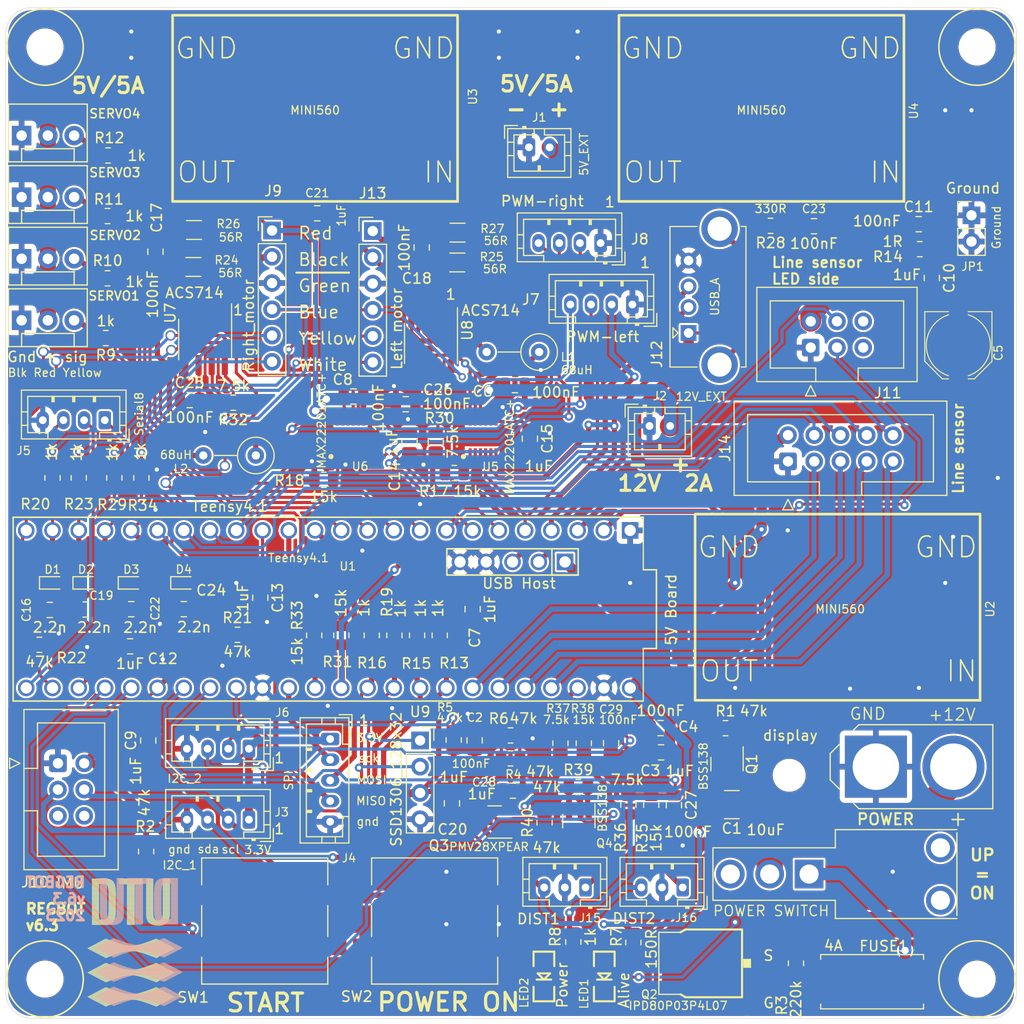
<source format=kicad_pcb>
(kicad_pcb (version 20221018) (generator pcbnew)
  (title_block (title "Regbot") (date "2022-08-19") (rev "v5.0") (company "DTU Electro and Photonics") (comment 1 "Author: Jacob Bechmann Pedersen") (comment 2 "Author: Jens Christian Andersen") (comment 3 "Imported from Eagle design of Regbot v4.1 2018"))
  (layers (0 "F.Cu" signal) (31 "B.Cu" signal) (34 "B.Paste" user) (35 "F.Paste" user) (36 "B.SilkS" user "B.Silkscreen") (37 "F.SilkS" user "F.Silkscreen") (38 "B.Mask" user) (39 "F.Mask" user) (44 "Edge.Cuts" user))
  (net 0 "")
  (net 1 "GND")
  (net 2 "5V")
  (net 3 "12V")
  (net 4 "Net-(U6-V_18)")
  (net 5 "/RIGHT_ENC_A")
  (net 6 "/RIGHT_ENC_B")
  (net 7 "/LEFT_ENC_A")
  (net 8 "/LEFT_ENC_B")
  (net 9 "/DIST1")
  (net 10 "/DIST2")
  (net 11 "Net-(U5-V_18)")
  (net 12 "Net-(Q1-D)")
  (net 13 "/5V_SERVO")
  (net 14 "/START")
  (net 15 "/V_BAT")
  (net 16 "3.3V")
  (net 17 "/5V_EXT")
  (net 18 "/SDA")
  (net 19 "/SCL")
  (net 20 "/LEFT_MOTOR_+")
  (net 21 "/LEFT_MOTOR_-")
  (net 22 "/LS0")
  (net 23 "/LS1")
  (net 24 "/LS3")
  (net 25 "/LS4")
  (net 26 "/LS6")
  (net 27 "/LS7")
  (net 28 "/LS2")
  (net 29 "/LS5")
  (net 30 "/LINE_LED_LOW")
  (net 31 "/12V_RAW")
  (net 32 "/PWR_ROBOT")
  (net 33 "/PWR_IR")
  (net 34 "Net-(U5-OUT2)")
  (net 35 "/LEFT_MOT_CURRENT")
  (net 36 "/RIGHT_MOT_CURRENT")
  (net 37 "/RIGHT_MOTOR_+")
  (net 38 "/RIGHT_MOTOR_-")
  (net 39 "/PWM1")
  (net 40 "/PWM2")
  (net 41 "/PWM3")
  (net 42 "/PWM4")
  (net 43 "/SCK&BUILTIN_LED")
  (net 44 "Net-(U6-OUT2)")
  (net 45 "/D-")
  (net 46 "/D+")
  (net 47 "/LEFT-~{FAULT}")
  (net 48 "/RIGHT-~{FAULT}")
  (net 49 "/TX8")
  (net 50 "/RX8")
  (net 51 "/THERM_L")
  (net 52 "/THERM_R")
  (net 53 "/SCL1")
  (net 54 "/SDA1")
  (net 55 "/LEFT_IN_+")
  (net 56 "/LEFT_IN_-")
  (net 57 "/RIGHT_IN_+")
  (net 58 "/RIGHT_IN_-")
  (net 59 "Net-(FUSE1-PIN1)")
  (net 60 "Net-(FUSE1-PIN2)")
  (net 61 "Net-(J9-Pad5)")
  (net 62 "Net-(J9-Pad6)")
  (net 63 "Net-(U5-ILIM)")
  (net 64 "Net-(U6-ILIM)")
  (net 70 "/MOSI")
  (net 71 "/MISO")
  (net 74 "/LINE_LED_HIGH")
  (net 77 "Net-(J12-Shield)")
  (net 78 "Net-(J13-Pad5)")
  (net 79 "Net-(J13-Pad6)")
  (net 80 "Net-(J15-Pin_1)")
  (net 81 "/STATUS_LED")
  (net 82 "Net-(U7-FILTER)")
  (net 83 "Net-(U8-FILTER)")
  (net 84 "Net-(L1-Pad2)")
  (net 85 "Net-(L2-Pad2)")
  (net 86 "Net-(U8-VIOUT)")
  (net 87 "Net-(J15-Pin_3)")
  (net 88 "Net-(J16-Pin_1)")
  (net 89 "Net-(U7-VIOUT)")
  (net 90 "Net-(LED1-PadA)")
  (net 91 "Net-(LED2-PadA)")
  (net 92 "Net-(R12-Pad2)")
  (net 93 "Net-(R9-Pad2)")
  (net 94 "Net-(R10-Pad2)")
  (net 95 "Net-(R11-Pad2)")
  (net 96 "Net-(R25-Pad2)")
  (net 97 "Net-(R24-Pad2)")
  (net 98 "Net-(Q3-G)")
  (net 99 "Net-(C10-Pad1)")
  (net 100 "Net-(C17-Pad2)")
  (net 101 "Net-(C18-Pad2)")
  (net 102 "Net-(C23-Pad1)")
  (footprint "" (layer "F.Cu") (at 193.5861 150.0886)
    (fp_text reference "@HOLE1" hide)
    (fp_text value "")
  )
  (footprint "Capacitor_SMD:C_0805_2012Metric" (layer "F.Cu") (at 113.4 127 90)
    (fp_text reference "C9")
    (fp_text value "1uF")
  )
  (footprint "Regbot:SON50P300X300X80-13N" (layer "F.Cu") (at 145.788808 97.643734 90)
    (fp_text reference "U5")
    (fp_text value "MAX22201ATC+")
  )
  (footprint "Capacitor_SMD:C_0805_2012Metric" (layer "F.Cu") (at 148.87271 92.626384)
    (fp_text reference "C6")
    (fp_text value "100nF")
  )
  (footprint "Capacitor_SMD:C_0805_2012Metric" (layer "F.Cu") (at 158.178464 127.267616 -90)
    (fp_text reference "C29")
    (fp_text value "100nF")
  )
  (footprint "Resistor_SMD:R_0805_2012Metric" (layer "F.Cu") (at 109.507762 70.4137 180)
    (fp_text reference "R12")
    (fp_text value "1k")
  )
  (footprint "Resistor_SMD:R_0805_2012Metric" (layer "F.Cu") (at 122.026801 116.783421)
    (fp_text reference "R21")
    (fp_text value "47k")
  )
  (footprint "Inductor_THT:L_Axial_L7.0mm_D3.3mm_P5.08mm_Vertical_Fastron_MICC" (layer "F.Cu") (at 151.216738 89.425188 180)
    (fp_text reference "L1")
    (fp_text value "68uH")
  )
  (footprint "Package_SO:SOIC-8_3.9x4.9mm_P1.27mm" (layer "F.Cu") (at 140.75375 88.583874 -90)
    (fp_text reference "U8")
    (fp_text value "ACS714ELCTR-05B")
  )
  (footprint "Capacitor_SMD:C_0805_2012Metric" (layer "F.Cu") (at 138.674063 98.173339 -90)
    (fp_text reference "C14")
    (fp_text value "1uF")
  )
  (footprint "Resistor_SMD:R_0805_2012Metric" (layer "F.Cu") (at 102.862442 117.746653)
    (fp_text reference "R22")
    (fp_text value "47k")
  )
  (footprint "Connector_JST:JST_PH_B2B-PH-K_1x02_P2.00mm_Vertical" (layer "F.Cu") (at 161.891586 96.58209)
    (fp_text reference "J2")
    (fp_text value "12V_EXT")
  )
  (footprint "Regbot:LED-1206" (layer "F.Cu") (at 151.6761 149.8346 -90)
    (fp_text reference "LED2")
    (fp_text value "LTST-C150TRKT" hide)
  )
  (footprint "Resistor_SMD:R_0805_2012Metric" (layer "F.Cu") (at 141.59884 116.84 90)
    (fp_text reference "R13")
    (fp_text value "1k")
  )
  (footprint "Package_TO_SOT_SMD:SOT-23" (layer "F.Cu") (at 146.910258 134.891419 180)
    (fp_text reference "Q3")
    (fp_text value "PMV28XPEAR")
  )
  (footprint "Connector_PinHeader_2.54mm:PinHeader_1x02_P2.54mm_Vertical" (layer "F.Cu") (at 193.04 76.2)
    (fp_text reference "JP1")
    (fp_text value "Ground")
  )
  (footprint "Connector_JST:JST_PH_B2B-PH-K_1x02_P2.00mm_Vertical" (layer "F.Cu") (at 150.230982 69.623706)
    (fp_text reference "J1")
    (fp_text value "5V_EXT")
  )
  (footprint "Resistor_SMD:R_0805_2012Metric" (layer "F.Cu") (at 153.271453 127.267616 -90)
    (fp_text reference "R37")
    (fp_text value "7.5k")
  )
  (footprint "" (layer "F.Cu") (at 103.4161 59.9186)
    (fp_text reference "@HOLE3" hide)
    (fp_text value "")
  )
  (footprint "Resistor_SMD:R_0805_2012Metric" (layer "F.Cu") (at 176.0601 148.5646 90)
    (fp_text reference "R3")
    (fp_text value "220k")
  )
  (footprint "MountingHole:MountingHole_2.7mm_M2.5" (layer "F.Cu") (at 175.404512 130.370956)
    (fp_text reference "display")
    (fp_text value "MountingHole_2.7mm_M2.5")
  )
  (footprint "Regbot:MINI560" (layer "F.Cu") (at 172.72 66.04 180)
    (fp_text reference "U4")
    (fp_text value "MINI560")
  )
  (footprint "Resistor_SMD:R_0805_2012Metric" (layer "F.Cu") (at 188.038815 79.475264 180)
    (fp_text reference "R14")
    (fp_text value "1R")
  )
  (footprint "Regbot:RS-PRO-1MS1T2B3M7QES" (layer "F.Cu") (at 177.3301 139.9286 90)
    (property "Value" "RS-PRO-SPDT-1MS1T2B3M7QES")
    (fp_text reference "SWITCH1" hide)
    (fp_text value "RS-PRO-SPDT-1MS1T2B3M7QES" hide)
  )
  (footprint "Teensy:Teensy41" (layer "F.Cu") (at 130.81 114.3 180)
    (fp_text reference "U1")
    (fp_text value "Teensy4.1")
  )
  (footprint "Capacitor_SMD:C_0805_2012Metric" (layer "F.Cu") (at 129.748615 76.004443 180)
    (fp_text reference "C21")
    (fp_text value "1uF")
  )
  (footprint "Resistor_SMD:R_0805_2012Metric" (layer "F.Cu") (at 169.244079 125.814611)
    (fp_text reference "R1")
    (fp_text value "47k")
  )
  (footprint "Capacitor_SMD:C_0805_2012Metric" (layer "F.Cu") (at 164.253475 133.260871 -90)
    (fp_text reference "C27")
    (fp_text value "100nF")
  )
  (footprint "Inductor_THT:L_Axial_L7.0mm_D3.3mm_P5.08mm_Vertical_Fastron_MICC" (layer "F.Cu") (at 123.806791 99.432731 180)
    (fp_text reference "L2")
    (fp_text value "68uH")
  )
  (footprint "Capacitor_SMD:C_1210_3225Metric" (layer "F.Cu") (at 169.851226 133.211837 180)
    (fp_text reference "C1")
    (fp_text value "10uF")
  )
  (footprint "Connector_JST:JST_PH_B4B-PH-K_1x04_P2.00mm_Vertical" (layer "F.Cu") (at 123.142 134.662 180)
    (fp_text reference "J3")
    (fp_text value "I2C_1")
  )
  (footprint "Resistor_SMD:R_1206_3216Metric" (layer "F.Cu") (at 117.827276 77.622724)
    (fp_text reference "R26")
    (fp_text value "56R")
  )
  (footprint "Resistor_SMD:R_0805_2012Metric" (layer "F.Cu") (at 113.196318 137.750278 -90)
    (fp_text reference "R2")
    (fp_text value "47k")
  )
  (footprint "Connector_JST:JST_PH_B5B-PH-K_1x05_P2.00mm_Vertical" (layer "F.Cu") (at 130.998719 126.865013 -90)
    (fp_text reference "J4")
    (fp_text value "SPI")
  )
  (footprint "Capacitor_SMD:C_0805_2012Metric" (layer "F.Cu") (at 103.876688 114.378165)
    (fp_text reference "C16")
    (fp_text value "2.2n")
  )
  (footprint "Resistor_SMD:R_0805_2012Metric" (layer "F.Cu") (at 143.008873 101.134265)
    (fp_text reference "R17")
    (fp_text value "15k")
  )
  (footprint "Resistor_SMD:R_0805_2012Metric" (layer "F.Cu") (at 109.465908 82.300181 180)
    (fp_text reference "R10")
    (fp_text value "1k")
  )
  (footprint "Fuse:Fuseholder_Littelfuse_Nano2_154x" (layer "F.Cu") (at 183.4261 150.3426)
    (fp_text reference "FUSE1")
    (fp_text value "4A")
  )
  (footprint "Regbot:DTU-MEDIUM-9MM" (layer "F.Cu") (at 111.76 145.845)
    (fp_text reference "U$1" hide)
    (fp_text value "DTUMEDIUM-9MM" hide)
  )
  (footprint "Capacitor_SMD:C_0805_2012Metric" (layer "F.Cu") (at 162.960348 125.805387 180)
    (fp_text reference "C4")
    (fp_text value "100nF")
  )
  (footprint "Regbot:USB_A_ASSMANN_A-TOP_VERTICAL" (layer "F.Cu") (at 165.672946 87.580453 90)
    (fp_text reference "J12" hide)
    (fp_text value "USB_A")
  )
  (footprint "Resistor_SMD:R_0805_2012Metric" (layer "F.Cu") (at 104.14 101.6 90)
    (fp_text reference "R20")
    (fp_text value "1k")
  )
  (footprint "Capacitor_SMD:C_0805_2012Metric" (layer "F.Cu") (at 138.306264 94.474048)
    (fp_text reference "C26")
    (fp_text value "100nF")
  )
  (footprint "Resistor_SMD:R_1206_3216Metric" (layer "F.Cu") (at 143.325437 77.878401)
    (fp_text reference "R27")
    (fp_text value "56R")
  )
  (footprint "Regbot:MOLEX-1X3" (layer "F.Cu") (at 101.150083 80.402807)
    (fp_text reference "SERVO2" hide)
    (fp_text value "M03POLAR" hide)
  )
  (footprint "Regbot:MINI560" (layer "F.Cu") (at 180.086 114.3 180)
    (fp_text reference "U2")
    (fp_text value "MINI560")
  )
  (footprint "Regbot:LED-1206" (layer "F.Cu") (at 157.5181 149.8346 -90)
    (fp_text reference "LED1")
    (fp_text value "LTST-C150KRKT" hide)
  )
  (footprint "Capacitor_SMD:C_0805_2012Metric" (layer "F.Cu") (at 148.679078 131.857416)
    (fp_text reference "C28")
    (fp_text value "1uF")
  )
  (footprint "Resistor_SMD:R_0805_2012Metric" (layer "F.Cu") (at 148.453542 126.518237)
    (fp_text reference "R6")
    (fp_text value "47k")
  )
  (footprint "Regbot:MOLEX-1X3" (layer "F.Cu") (at 101.150083 86.36)
    (fp_text reference "SERVO1" hide)
    (fp_text value "M03POLAR" hide)
  )
  (footprint "Capacitor_SMD:C_0805_2012Metric" (layer "F.Cu") (at 114.096085 79.726614 -90)
    (fp_text reference "C17")
    (fp_text value "100nF")
  )
  (footprint "Connector_IDC:IDC-Header_2x03_P2.54mm_Vertical" (layer "F.Cu") (at 177.486357 88.997326 90)
    (property "Value" "")
    (fp_text reference "J11")
    (fp_text value "Line_LEDS")
  )
  (footprint "Library_regbot_2023:SW_APEM_12x12" (layer "F.Cu") (at 124.670439 144.468706 180)
    (fp_text reference "SW1")
    (fp_text value "PHAP5-50VA2Q2S2N")
  )
  (footprint "Resistor_SMD:R_0805_2012Metric" (layer "F.Cu") (at 155.00608 131.496225)
    (fp_text reference "R39")
    (fp_text value "47k")
  )
  (footprint "Resistor_SMD:R_1206_3216Metric" (layer "F.Cu") (at 117.763434 81.19784)
    (fp_text reference "R24")
    (fp_text value "56R")
  )
  (footprint "Diode_SMD:D_SOD-523" (layer "F.Cu") (at 116.84 111.76)
    (fp_text reference "D4")
    (fp_text value "DZ2S033X0L" hide)
  )
  (footprint "Connector_JST:JST_PH_B4B-PH-K_1x04_P2.00mm_Vertical" (layer "F.Cu") (at 109.194929 96.02096 180)
    (fp_text reference "J5")
    (fp_text value "Serial8")
  )
  (footprint "Resistor_SMD:R_0805_2012Metric" (layer "F.Cu") (at 141.209848 98.143675 90)
    (fp_text reference "R30")
    (fp_text value "7.5k")
  )
  (footprint "Capacitor_SMD:C_0805_2012Metric" (layer "F.Cu") (at 163.010675 128.15681 180)
    (fp_text reference "C3")
    (fp_text value "1uF")
  )
  (footprint "Connector_JST:JST_PH_B4B-PH-K_1x04_P2.00mm_Vertical" (layer "F.Cu") (at 123.142 127.804 180)
    (fp_text reference "J6")
    (fp_text value "I2C_2")
  )
  (footprint "Connector_JST:JST_PH_B4B-PH-K_1x04_P2.00mm_Vertical" (layer "F.Cu") (at 160.236574 84.829785 180)
    (fp_text reference "J7")
    (fp_text value "PWM_L")
  )
  (footprint "Resistor_SMD:R_0805_2012Metric" (layer "F.Cu") (at 154.5218 146.497311 90)
    (fp_text reference "R8")
    (fp_text value "1k")
  )
  (footprint "Resistor_SMD:R_0805_2012Metric" (layer "F.Cu") (at 106.68 101.6 90)
    (fp_text reference "R23")
    (fp_text value "1k")
  )
  (footprint "Resistor_SMD:R_0805_2012Metric" (layer "F.Cu") (at 132.079999 116.82948 -90)
    (fp_text reference "R31")
    (fp_text value "15k")
  )
  (footprint "Resistor_SMD:R_0805_2012Metric" (layer "F.Cu") (at 109.465908 76.273233 180)
    (fp_text reference "R11")
    (fp_text value "1k")
  )
  (footprint "Resistor_SMD:R_0805_2012Metric" (layer "F.Cu") (at 139.406323 116.84 90)
    (fp_text reference "R15")
    (fp_text value "1k")
  )
  (footprint "Resistor_SMD:R_0805_2012Metric" (layer "F.Cu") (at 148.443458 128.736161)
    (fp_text reference "R4")
    (fp_text value "47k")
  )
  (footprint "Connector_PinHeader_2.54mm:PinHeader_1x06_P2.54mm_Vertical" (layer "F.Cu") (at 135.121037 77.725186)
    (fp_text reference "J13")
    (fp_text value "Left motor")
  )
  (footprint "" (layer "F.Cu") (at 103.4161 150.0886)
    (fp_text reference "@HOLE0" hide)
    (fp_text value "")
  )
  (footprint "Regbot:XT60" (layer "F.Cu") (at 187.6044 129.54 -90)
    (fp_text reference "POWER1" hide)
    (fp_text value "XT60" hide)
  )
  (footprint "Resistor_SMD:R_0805_2012Metric" (layer "F.Cu") (at 159.850688 133.247324 -90)
    (fp_text reference "R36")
    (fp_text value "7.5k")
  )
  (footprint "Regbot:D-PAK_TO252AA" (layer "F.Cu") (at 168.6941 148.5646 90)
    (property "Value" "IRF?5305R")
    (fp_text reference "Q2")
    (fp_text value "IPD80P03P4L07")
  )
  (footprint "Diode_SMD:D_SOD-523" (layer "F.Cu") (at 107.38 111.76)
    (fp_text reference "D2")
    (fp_text value "DZ2S033X0L" hide)
  )
  (footprint "Capacitor_SMD:C_0805_2012Metric" (layer "F.Cu") (at 116.84 114.3)
    (fp_text reference "C24")
    (fp_text value "2.2n")
  )
  (footprint "Regbot:SON50P300X300X80-13N" (layer "F.Cu") (at 132.9738 97.643366 90)
    (fp_text reference "U6")
    (fp_text value "MAX22201ATC+")
  )
  (footprint "Capacitor_SMD:C_0805_2012Metric" (layer "F.Cu") (at 144.78 114.3 90)
    (fp_text reference "C7")
    (fp_text value "1uF")
  )
  (footprint "Capacitor_SMD:C_0805_2012Metric" (layer "F.Cu") (at 133.253058 93.7263)
    (fp_text reference "C8")
    (fp_text value "100nF")
  )
  (footprint "Resistor_SMD:R_0805_2012Metric" (layer "F.Cu") (at 151.739857 134.95638 90)
    (fp_text reference "R40")
    (fp_text value "47k")
  )
  (footprint "Capacitor_SMD:C_0805_2012Metric" (layer "F.Cu") (at 139.851533 79.316988 -90)
    (fp_text reference "C18")
    (fp_text value "100nF")
  )
  (footprint "Resistor_SMD:R_0805_2012Metric" (layer "F.Cu") (at 109.298493 88.076006 180)
    (fp_text reference "R9")
    (fp_text value "1k")
  )
  (footprint "Diode_SMD:D_SOD-523" (layer "F.Cu") (at 104.14 111.76)
    (fp_text reference "D1")
    (fp_text value "DZ2S033X0L" hide)
  )
  (footprint "Resistor_SMD:R_0805_2012Metric" (layer "F.Cu") (at 162.05814 133.261384 90)
    (fp_text reference "R35")
    (fp_text value "15k")
  )
  (footprint "Connector_PinSocket_2.54mm:PinSocket_1x04_P2.54mm_Vertical" (layer "F.Cu") (at 139.7 127)
    (fp_text reference "U9")
    (fp_text value "SSD1306_128x32")
  )
  (footprint "Resistor_SMD:R_0805_2012Metric" (layer "F.Cu") (at 130.380884 101.784844)
    (fp_text reference "R18")
    (fp_text value "15k")
  )
  (footprint "Capacitor_SMD:C_0805_2012Metric" (layer "F.Cu") (at 111.76 114.3)
    (fp_text reference "C22")
    (fp_text value "2.2n")
  )
  (footprint "Capacitor_SMD:C_0805_2012Metric" (layer "F.Cu") (at 117.411742 94.07529)
    (fp_text reference "C25")
    (fp_text value "100nF")
  )
  (footprint "Resistor_SMD:R_0805_2012Metric" (layer "F.Cu") (at 137.213807 116.84 90)
    (fp_text reference "R19")
    (fp_text value "1k")
  )
  (footprint "" (layer "F.Cu") (at 193.5861 59.9186)
    (fp_text reference "@HOLE2" hide)
    (fp_text value "")
  )
  (footprint "Capacitor_SMD:C_0805_2012Metric" (layer "F.Cu") (at 107.341754 114.336115)
    (fp_text reference "C19")
    (fp_text value "2.2n")
  )
  (footprint "Resistor_SMD:R_0805_2012Metric" (layer "F.Cu") (at 121.626753 94.329221 180)
    (fp_text reference "R32")
    (fp_text value "7.5k")
  )
  (footprint "Resistor_SMD:R_0805_2012Metric" (layer "F.Cu") (at 129.453962 116.84 -90)
    (fp_text reference "R33")
    (fp_text value "15k")
  )
  (footprint "Regbot:MINI560" (layer "F.Cu") (at 129.54 66.04 180)
    (fp_text reference "U3")
    (fp_text value "MINI560")
  )
  (footprint "Capacitor_SMD:C_0805_2012Metric" (layer "F.Cu") (at 124.240645 113.200281 -90)
    (fp_text reference "C13")
    (fp_text value "1uF")
  )
  (footprint "Capacitor_SMD:C_0805_2012Metric" (layer "F.Cu") (at 187.933777 77.059395)
    (fp_text reference "C11")
    (fp_text value "100nF")
  )
  (footprint "Capacitor_SMD:C_0805_2012Metric" (layer "F.Cu") (at 150.320632 97.810185 -90)
    (fp_text reference "C15")
    (fp_text value "1uF")
  )
  (footprint "Resistor_SMD:R_0805_2012Metric" (layer "F.Cu") (at 160.328166 146.546049 90)
    (fp_text reference "R7")
    (fp_text value "150R")
  )
  (footprint "Regbot:MOLEX-1X3" (layer "F.Cu") (at 101.150083 74.445616)
    (fp_text reference "SERVO3" hide)
    (fp_text value "M03POLAR" hide)
  )
  (footprint "Resistor_SMD:R_0805_2012Metric" (layer "F.Cu") (at 173.608378 77.218681 180)
    (fp_text reference "R28")
    (fp_text value "330R")
  )
  (footprint "Resistor_SMD:R_0805_2012Metric" (layer "F.Cu") (at 110.12 101.6 90)
    (fp_text reference "R29")
    (fp_text value "1k")
  )
  (footprint "Package_TO_SOT_SMD:SOT-23" (layer "F.Cu") (at 169.391643 129.284532 -90)
    (fp_text reference "Q1")
    (fp_text value "BSS138")
  )
  (footprint "Regbot:MOLEX-1X3" (layer "F.Cu") (at 101.150083 68.488425)
    (fp_text reference "SERVO4" hide)
    (fp_text value "M03POLAR" hide)
  )
  (footprint "Connector_PinHeader_2.54mm:PinHeader_1x06_P2.54mm_Vertical" (layer "F.Cu") (at 125.379151 77.672566)
    (fp_text reference "J9")
    (fp_text value "Right_motor")
  )
  (footprint "Capacitor_SMD:C_0805_2012Metric" (layer "F.Cu") (at 177.802595 77.255152)
    (fp_text reference "C23")
    (fp_text value "100nF")
  )
  (footprint "Connector_JST:JST_PH_B3B-PH-K_1x03_P2.00mm_Vertical" (layer "F.Cu") (at 155.702 141.224 180)
    (fp_text reference "J15")
    (fp_text value "Conn_01x03" hide)
  )
  (footprint "Library_regbot_2023:SW_APEM_12x12" (layer "F.Cu") (at 141.105946 144.468706 180)
    (fp_text reference "SW2")
    (fp_text value "PHAP5-50VA2Q2S2N")
  )
  (footprint "Resistor_SMD:R_1206_3216Metric" (layer "F.Cu") (at 143.299654 80.763517)
    (fp_text reference "R25")
    (fp_text value "56R")
  )
  (footprint "Capacitor_SMD:C_0805_2012Metric" (layer "F.Cu") (at 142.780709 133.088697 -90)
    (fp_text reference "C20")
    (fp_text value "1uF")
  )
  (footprint "Resistor_SMD:R_0805_2012Metric" (layer "F.Cu") (at 112.738205 101.6 90)
    (fp_text reference "R34")
    (fp_text value "1k")
  )
  (footprint "Resistor_SMD:R_0805_2012Metric" (layer "F.Cu") (at 135.021291 116.84 90)
    (fp_text reference "R16")
    (fp_text value "1k")
  )
  (footprint "Resistor_SMD:R_0805_2012Metric" (layer "F.Cu") (at 142.950933 126.958187 90)
    (fp_text reference "R5")
    (fp_text value "4.7k")
  )
  (footprint "Package_SO:SOIC-8_3.9x4.9mm_P1.27mm" (layer "F.Cu") (at 118.903588 88.212481 -90)
    (fp_text reference "U7")
    (fp_text value "ACS714ELCTR-05B")
  )
  (footprint "Package_TO_SOT_SMD:SOT-23" (layer "F.Cu") (at 155.05434 134.80107 -90)
    (fp_text reference "Q4")
    (fp_text value "BSS138")
  )
  (footprint "Resistor_SMD:R_0805_2012Metric" (layer "F.Cu") (at 155.535146 127.267616 90)
    (fp_text reference "R38")
    (fp_text value "15k")
  )
  (footprint "Connector_IDC:IDC-Header_2x05_P2.54mm_Vertical" (layer "F.Cu") (at 175.289069 100.004677 90)
    (property "Value" "")
    (fp_text reference "J14")
    (fp_text value "Line_data")
  )
  (footprint "Connector_JST:JST_PH_B3B-PH-K_1x03_P2.00mm_Vertical" (layer "F.Cu") (at 165.1 141.224 180)
    (fp_text reference "J16")
    (fp_text value "Conn_01x03" hide)
  )
  (footprint "Connector_IDC:IDC-Header_2x03_P2.54mm_Vertical" (layer "F.Cu") (at 104.666376 129.215004)
    (property "Value" "")
    (fp_text reference "J10")
    (fp_text value "IMU")
  )
  (footprint "Diode_SMD:D_SOD-523" (layer "F.Cu") (at 111.76 111.76)
    (fp_text reference "D3")
    (fp_text value "DZ2S033X0L" hide)
  )
  (footprint "Connector_JST:JST_PH_B4B-PH-K_1x04_P2.00mm_Vertical" (layer "F.Cu") (at 157.158828 78.885885 180)
    (fp_text reference "J8")
    (fp_text value "PWM_R")
  )
  (footprint "Regbot:PANASONIC_D_XL" (layer "F.Cu") (at 191.77 88.773 -90)
    (fp_text reference "C5")
    (fp_text value "47uF" hide)
  )
  (footprint "Capacitor_SMD:C_0805_2012Metric" (layer "F.Cu") (at 144.971482 126.995605 -90)
    (fp_text reference "C2")
    (fp_text value "100nF")
  )
  (footprint "Capacitor_SMD:C_0805_2012Metric" (layer "F.Cu") (at 189.201409 82.265944 -90)
    (fp_text reference "C10")
    (fp_text value "1uF")
  )
  (footprint "Capacitor_SMD:C_0805_2012Metric" (layer "F.Cu") (at 111.644603 117.898302)
    (fp_text reference "C12")
    (fp_text value "1uF")
  )
  (footprint "Regbot:DTU-MEDIUM-9MM" (layer "B.Cu") (at 112.4712 145.796 180)
    (fp_text reference "U$1" hide)
    (fp_text value "DTUMEDIUM-9MM" hide)
  )
  (gr_circle (center 103.4161 150.0886) (end 107.1161 150.0886) (stroke (width 0.1524)) (fill none) (layer "F.SilkS"))
  (gr_line (start 127.735437 81.746583) (end 132.815437 81.746583) (stroke (width 0.2)) (layer "F.SilkS"))
  (gr_circle (center 193.5861 150.0886) (end 197.2861 150.0886) (stroke (width 0.1524)) (fill none) (layer "F.SilkS"))
  (gr_circle (center 193.5861 59.9186) (end 197.2861 59.9186) (stroke (width 0.1524)) (fill none) (layer "F.SilkS"))
  (gr_circle (center 103.4161 59.9186) (end 107.1161 59.9186) (stroke (width 0.1524)) (fill none) (layer "F.SilkS"))
  (gr_arc (start 194.8561 56.1086) (mid 196.652151 56.852549) (end 197.3961 58.6486) (stroke (width 0.05)) (layer "Edge.Cuts"))
  (gr_arc (start 99.6061 58.6486) (mid 100.350049 56.852549) (end 102.1461 56.1086) (stroke (width 0.05)) (layer "Edge.Cuts"))
  (gr_line (start 185.1025 56.1086) (end 180.6321 56.1086) (stroke (width 0.05)) (layer "Edge.Cuts"))
  (gr_line (start 99.6061 58.6486) (end 99.6061 151.3586) (stroke (width 0.05)) (layer "Edge.Cuts"))
  (gr_arc (start 197.3961 151.3586) (mid 196.652151 153.154651) (end 194.8561 153.8986) (stroke (width 0.05)) (layer "Edge.Cuts"))
  (gr_line (start 197.3961 151.3586) (end 197.3961 58.6486) (stroke (width 0.05)) (layer "Edge.Cuts"))
  (gr_line (start 102.1461 153.8986) (end 194.8561 153.8986) (stroke (width 0.05)) (layer "Edge.Cuts"))
  (gr_arc (start 102.1461 153.8986) (mid 100.350049 153.154651) (end 99.6061 151.3586) (stroke (width 0.05)) (layer "Edge.Cuts"))
  (gr_line (start 180.6321 56.1086) (end 102.1461 56.1086) (stroke (width 0.05)) (layer "Edge.Cuts"))
  (gr_line (start 194.8561 56.1086) (end 185.1025 56.1086) (stroke (width 0.05)) (layer "Edge.Cuts"))
  (gr_text "REGBOT\nv6.3\n2023" (at 107.442 144.526) (layer "B.SilkS") (effects (font (size 1 1) (thickness 0.25)) (justify left bottom mirror)))
  (gr_text "Alive" (at 160.003107 152.991567 90) (layer "F.SilkS") (effects (font (size 1 1)) (justify left bottom)))
  (gr_text "POWER SWITCH" (at 173.66105 144.078148) (layer "F.SilkS") (effects (font (size 1 1) (thickness 0.12)) (justify bottom)))
  (gr_text "ACS714" (at 143.600751 85.993541) (layer "F.SilkS") (effects (font (size 1 1)) (justify left bottom)))
  (gr_text "SERVO4" (at 110.177423 66.370772) (layer "F.SilkS") (effects (font (size 0.8636 0.8636) (thickness 0.1524))))
  (gr_text "START" (at 124.7521 153.3906) (layer "F.SilkS") (effects (font (size 1.7272 1.7272) (thickness 0.3048)) (justify bottom)))
  (gr_text "MISO" (at 133.434065 133.321425) (layer "F.SilkS") (effects (font (size 0.8 0.8) (thickness 0.12)) (justify left bottom)))
  (gr_text "12V  2A" (at 158.65958 103.003813) (layer "F.SilkS") (effects (font (size 1.5 1.5) (thickness 0.3) bold) (justify left bottom)))
  (gr_text "DIST2" (at 160.391693 144.220962) (layer "F.SilkS") (effects (font (size 1 1))))
  (gr_text "Yellow" (at 127.825686 88.801472) (layer "F.SilkS") (effects (font (size 1.2 1.2)) (justify left bottom)))
  (gr_text "ACS714" (at 114.945397 84.287831) (layer "F.SilkS") (effects (font (size 1 1)) (justify left bottom)))
  (gr_text "Teensy4.1" (at 121.284317 104.369306) (layer "F.SilkS") (effects (font (size 1 1))))
  (gr_text "POWER" (at 184.723265 135.259388) (layer "F.SilkS") (effects (font (size 1.0795 1.0795) (thickness 0.1905)) (justify bottom)))
  (gr_text "Blk Red Yellow" (at 104.360054 91.424749) (layer "F.SilkS") (effects (font (size 0.8 0.8) (thickness 0.12))))
  (gr_text "1" (at 160.888391 81.371178) (layer "F.SilkS") (effects (font (size 1 1)) (justify left bottom)))
  (gr_text "Gnd + sig" (at 103.645951 89.893945) (layer "F.SilkS") (effects (font (size 1 1))))
  (gr_text "White" (at 127.825686 91.341472) (layer "F.SilkS") (effects (font (size 1.2 1.2)) (justify left bottom)))
  (gr_text "sck" (at 133.666832 129.183341) (layer "F.SilkS") (effects (font (size 0.8 0.8) (thickness 0.12)) (justify left bottom)))
  (gr_text "UP\n=\nON" (at 194.0941 139.9286) (layer "F.SilkS") (effects (font (size 1.143 1.143) (thickness 0.2286) bold)))
  (gr_text "5V/5A" (at 109.516628 63.648688) (layer "F.SilkS") (effects (font (size 1.5 1.5) (thickness 0.3) bold)))
  (gr_text "Line sensor" (at 192.349972 103.249012 90) (layer "F.SilkS") (effects (font (size 1 1) (thickness 0.2) bold) (justify left bottom)))
  (gr_text "+12V" (at 191.172743 125.167852) (layer "F.SilkS") (effects (font (size 1.143 1.143) (thickness 0.127)) (justify bottom)))
  (gr_text "1" (at 157.48 75.505353) (layer "F.SilkS") (effects (font (size 1 1)) (justify left bottom)))
  (gr_text "SSD1306_128x32" (at 137.394618 130.74428 90) (layer "F.SilkS") (effects (font (size 1 1))))
  (gr_text "Line sensor\nLED side" (at 173.620032 82.946825) (layer "F.SilkS") (effects (font (size 1 1) (thickness 0.2) bold) (justify left bottom)))
  (gr_text "REGBOT\nv6.3" (at 101.419221 145.486285) (layer "F.SilkS") (effects (font (size 1 1) (thickness 0.25)) (justify left bottom)))
  (gr_text "3.3V" (at 133.434065 127.217751) (layer "F.SilkS") (effects (font (size 0.8 0.8) (thickness 0.12)) (justify left bottom)))
  (gr_text "5V Board" (at 163.9824 114.3508 90) (layer "F.SilkS") (effects (font (size 1 1))))
  (gr_text "Blue" (at 127.825686 86.261472) (layer "F.SilkS") (effects (font (size 1.2 1.2)) (justify left bottom)))
  (gr_text "Black" (at 127.825686 81.181472) (layer "F.SilkS") (effects (font (size 1.2 1.2)) (justify left bottom)))
  (gr_text "S" (at 172.823452 148.399568) (layer "F.SilkS") (effects (font (size 1 1)) (justify left bottom)))
  (gr_text "Red" (at 127.825686 78.641472) (layer "F.SilkS") (effects (font (size 1.2 1.2)) (justify left bottom)))
  (gr_text "SERVO3" (at 110.177423 72.069555) (layer "F.SilkS") (effects (font (size 0.8636 0.8636) (thickness 0.1524))))
  (gr_text "gnd" (at 133.485791 135.312878) (layer "F.SilkS") (effects (font (size 0.8 0.8) (thickness 0.12)) (justify left bottom)))
  (gr_text "+" (at 191.741815 135.411141) (layer "F.SilkS") (effects (font (size 1.5 1.5)) (justify bottom)))
  (gr_text "Power" (at 154.039399 152.991567 90) (layer "F.SilkS") (effects (font (size 1 1)) (justify left bottom)))
  (gr_text "5V/5A" (at 150.948576 63.5) (layer "F.SilkS") (effects (font (size 1.5 1.5) (thickness 0.3) bold)))
  (gr_text "scl" (at 120.424964 138.002632) (layer "F.SilkS") (effects (font (size 0.8 0.8) (thickness 0.12)) (justify left bottom)))
  (gr_text "sda" (at 118.097291 137.976769) (layer "F.SilkS") (effects (font (size 0.8 0.8) (thickness 0.12)) (justify left bottom)))
  (gr_text "PWM-left" (at 153.746397 88.537128) (layer "F.SilkS") (effects (font (size 1 1)) (justify left bottom)))
  (gr_text "1" (at 121.515891 85.955191) (layer "F.SilkS") (effects (font (size 1 1)) (justify left bottom)))
  (gr_text "1" (at 125.502 129.289) (layer "F.SilkS") (effects (font (size 1 1)) (justify left bottom)))
  (gr_text "-  +" (at 159.622021 101.129586) (layer "F.SilkS") (effects (font (size 1.5 1.5) (thickness 0.3) bold) (justify left bottom)))
  (gr_text "1" (at 133.692695 125.665969) (layer "F.SilkS") (effects (font (size 1 1)) (justify left bottom)))
  (gr_text "Green" (at 127.825686 83.721472) (layer "F.SilkS") (effects (font (size 1.2 1.2)) (justify left bottom)))
  (gr_text "SERVO1" (at 110.093715 83.99789) (layer "F.SilkS") (effects (font (size 0.8636 0.8636) (thickness 0.1524))))
  (gr_text "3.3V" (at 122.623321 138.054358) (layer "F.SilkS") (effects (font (size 0.8 0.8) (thickness 0.12)) (justify left bottom)))
  (gr_text "DIST1" (at 151.154871 144.271784) (layer "F.SilkS") (effects (font (size 1 1))))
  (gr_text "PWM-right" (at 147.424347 75.414174) (layer "F.SilkS") (effects (font (size 1 1)) (justify left bottom)))
  (gr_text "1" (at 142.090022 84.433377) (layer "F.SilkS") (effects (font (size 1 1)) (justify left bottom)))
  (gr_text "SERVO2" (at 110.219276 78.138357) (layer "F.SilkS") (effects (font (size 0.8636 0.8636) (thickness 0.1524))))
  (gr_text "G" (at 172.814973 152.975457) (layer "F.SilkS") (effects (font (size 1 1)) (justify left bottom)))
  (gr_text "1" (at 125.502 136.147) (layer "F.SilkS") (effects (font (size 1 1)) (justify left bottom)))
  (gr_text "gnd" (at 115.252359 138.002632) (layer "F.SilkS") (effects (font (size 0.8 0.8) (thickness 0.12)) (justify left bottom)))
  (gr_text "-  +" (at 147.868617 66.764901) (layer "F.SilkS") (effects (font (size 1.5 1.5) (thickness 0.3) bold) (justify left bottom)))
  (gr_text "MOSI" (at 133.485791 131.304109) (layer "F.SilkS") (effects (font (size 0.8 0.8) (thickness 0.12)) (justify left bottom)))
  (gr_text "GND" (at 183.007 125.095) (layer "F.SilkS") (effects (font (size 1.143 1.143) (thickness 0.127)) (justify bottom)))
  (gr_text "Ground" (at 190.460163 74.162871) (layer "F.SilkS") (effects (font (size 1 1)) (justify left bottom)))
  (gr_text "POWER ON" (at 142.455134 153.331715) (layer "F.SilkS") (effects (font (size 1.7272 1.7272) (thickness 0.3048)) (justify bottom)))
  (segment (start 154.10608 131.496225) (end 154.10608 133.849326) (width 0.5) (layer "F.Cu") (net 1))
  (segment (start 133.7238 96.143366) (end 133.7238 94.205558) (width 0.3) (layer "F.Cu") (net 1))
  (segment (start 124.240645 114.888347) (end 124.89315 115.540852) (width 0.3) (layer "F.Cu") (net 1))
  (segment (start 112.46 114.1) (end 112.66 114.3) (width 0.5) (layer "F.Cu") (net 1))
  (segment (start 104.84 111.76) (end 104.84 114.314853) (width 0.5) (layer "F.Cu") (net 1))
  (segment (start 195.086 107.3) (end 191.271323 107.3) (width 0.3) (layer "F.Cu") (net 1))
  (segment (start 154.10608 133.849326) (end 154.139535 133.882781) (width 0.5) (layer "F.Cu") (net 1))
  (segment (start 143.158873 102.184265) (end 142.108873 101.134265) (width 0.3) (layer "F.Cu") (net 1))
  (segment (start 147.144479 94.761602) (end 147.684714 94.761602) (width 0.3) (layer "F.Cu") (net 1))
  (segment (start 117.54 114.1) (end 117.74 114.3) (width 0.5) (layer "F.Cu") (net 1))
  (segment (start 133.7238 96.350473) (end 133.7238 96.143366) (width 0.3) (layer "F.Cu") (net 1))
  (segment (start 116.511742 94.07529) (end 116.511742 91.528077) (width 0.3) (layer "F.Cu") (net 1))
  (segment (start 144.949129 102.184265) (end 143.158873 102.184265) (width 0.3) (layer "F.Cu") (net 1))
  (segment (start 112.46 111.76) (end 112.46 114.1) (width 0.5) (layer "F.Cu") (net 1))
  (segment (start 146.538808 96.143734) (end 146.538808 95.367273) (width 0.3) (layer "F.Cu") (net 1))
  (segment (start 124.240645 114.100281) (end 124.240645 114.888347) (width 0.3) (layer "F.Cu") (net 1))
  (segment (start 108.08 114.174361) (end 108.241754 114.336115) (width 0.5) (layer "F.Cu") (net 1))
  (segment (start 108.08 111.76) (end 108.08 114.174361) (width 0.5) (layer "F.Cu") (net 1))
  (segment (start 145.538808 101.594586) (end 144.949129 102.184265) (width 0.3) (layer "F.Cu") (net 1))
  (segment (start 116.511742 91.528077) (end 117.054197 90.985622) (width 0.3) (layer "F.Cu") (net 1))
  (segment (start 104.84 114.314853) (end 104.776688 114.378165) (width 0.5) (layer "F.Cu") (net 1))
  (segment (start 145.538808 99.143734) (end 145.538808 101.594586) (width 0.3) (layer "F.Cu") (net 1))
  (segment (start 191.271323 107.3) (end 191.269332 107.298009) (width 0.3) (layer "F.Cu") (net 1))
  (segment (start 133.7238 94.205558) (end 134.203058 93.7263) (width 0.3) (layer "F.Cu") (net 1))
  (segment (start 117.54 111.76) (end 117.54 114.1) (width 0.5) (layer "F.Cu") (net 1))
  (segment (start 146.538808 95.367273) (end 147.144479 94.761602) (width 0.3) (layer "F.Cu") (net 1))
  (via (at 165.1 137.16) (size 0.8) (drill 0.4) (layers "F.Cu" "B.Cu") (net 1))
  (via (at 139.7 104.14) (size 0.8) (drill 0.4) (layers "F.Cu" "B.Cu") (net 1))
  (via (at 114.799629 119.156386) (size 0.7) (drill 0.4) (layers "F.Cu" "B.Cu") (net 1))
  (via (at 170.18 121.92) (size 0.8) (drill 0.4) (layers "F.Cu" "B.Cu") (net 1))
  (via (at 111.76 60.96) (size 0.8) (drill 0.4) (layers "F.Cu" "B.Cu") (net 1))
  (via (at 147.684714 94.761602) (size 0.8) (drill 0.4) (layers "F.Cu" "B.Cu") (net 1))
  (via (at 151.37524 91.160154) (size 0.8) (drill 0.4) (layers "F.Cu" "B.Cu") (net 1))
  (via (at 175.26 106.68) (size 0.8) (drill 0.4) (layers "F.Cu" "B.Cu") (net 1))
  (via (at 185.42 139.7) (size 0.8) (drill 0.4) (layers "F.Cu" "B.Cu") (net 1))
  (via (at 129.674375 113.011409) (size 0.7) (drill 0.4) (layers "F.Cu" "B.Cu") (net 1))
  (via (at 150.587223 126.799501) (size 0.8) (drill 0.4) (layers "F.Cu" "B.Cu") (net 1))
  (via (at 121.92 111.76) (size 0.7) (drill 0.4) (layers "F.Cu" "B.Cu") (net 1))
  (via (at 147.32 144.78) (size 0.8) (drill 0.4) (layers "F.Cu" "B.Cu") (net 1))
  (via (at 142.207891 95.419166) (size 0.8) (drill 0.4) (layers "F.Cu" "B.Cu") (net 1))
  (via (at 142.24 139.7) (size 0.8) (drill 0.4) (layers "F.Cu" "B.Cu") (net 1))
  (via (at 142.24 144.78) (size 0.8) (drill 0.4) (layers "F.Cu" "B.Cu") (net 1))
  (via (at 130.767455 123.649766) (size 0.8) (drill 0.4) (layers "F.Cu" "B.Cu") (net 1))
  (via (at 187.96 121.92) (size 0.7) (drill 0.4) (layers "F.Cu" "B.Cu") (net 1))
  (via (at 120.570706 119.774135) (size 0.7) (drill 0.4) (layers "F.Cu" "B.Cu") (net 1))
  (via (at 140.025712 100.322135) (size 0.8) (drill 0.4) (layers "F.Cu" "B.Cu") (net 1))
  (via (at 111.76 58.42) (size 0.8) (drill 0.4) (layers "F.Cu" "B.Cu") (net 1))
  (via (at 134.112587 108.638164) (size 0.7) (drill 0.4) (layers "F.Cu" "B.Cu") (net 1))
  (via (at 142.278659 92.643491) (size 0.8) (drill 0.4) (layers "F.Cu" "B.Cu") (net 1))
  (via (at 104.753706 116.658675) (size 0.8) (drill 0.4) (layers "F.Cu" "B.Cu") (net 1))
  (via (at 190.5 111.76) (size 0.8) (drill 0.4) (layers "F.Cu" "B.Cu") (net 1))
  (via (at 138.52796 95.930267) (size 0.8) (drill 0.4) (layers "F.Cu" "B.Cu") (net 1))
  (via (at 114.10348 104.682403) (size 0.7) (drill 0.4) (layers "F.Cu" "B.Cu") (net 1))
  (via (at 124.89315 115.540852) (size 0.7) (drill 0.4) (layers "F.Cu" "B.Cu") (net 1))
  (via (at 147.32 58.42) (size 0.8) (drill 0.4) (layers "F.Cu" "B.Cu") (net 1))
  (via (at 114.225404 100.794377) (size 0.7) (drill 0.4) (layers "F.Cu" "B.Cu") (net 1))
  (via (at 190.5 66.04) (size 0.8) (drill 0.4) (layers "F.Cu" "B.Cu") (net 1))
  (via (at 154.94 60.96) (size 0.8) (drill 0.4) (layers "F.Cu" "B.Cu") (net 1))
  (via (at 160.02 111.76) (size 0.8) (drill 0.4) (layers "F.Cu" "B.Cu") (net 1))
  (via (at 136.992743 123.886469) (size 0.8) (drill 0.4) (layers "F.Cu" "B.Cu") (net 1))
  (via (at 152.243645 97.284211) (size 0.8) (drill 0.4) (layers "F.Cu" "B.Cu") (net 1))
  (via (at 137.173668 92.720799) (size 0.8) (drill 0.4) (layers "F.Cu" "B.Cu") (net 1))
  (via (at 195.58 101.6) (size 0.8) (drill 0.4) (layers "F.Cu" "B.Cu") (net 1))
  (via (at 147.32 60.96) (size 0.8) (drill 0.4) (layers "F.Cu" "B.Cu") (net 1))
  (via (at 193.04 66.04) (size 0.8) (drill 0.4) (layers "F.Cu" "B.Cu") (net 1))
  (via (at 181.295677 121.99342) (size 0.7) (drill 0.4) (layers "F.Cu" "B.Cu") (net 1))
  (via (at 107.49808 117.961896) (size 0.8) (drill 0.4) (layers "F.Cu" "B.Cu") (net 1))
  (via (at 132.480478 100.312712) (size 0.8) (drill 0.4) (layers "F.Cu" "B.Cu") (net 1))
  (via (at 144.310438 124.426265) (size 0.8) (drill 0.4) (layers "F.Cu" "B.Cu") (net 1))
  (via (at 118.91271 97.163747) (size 0.7) (drill 0.4) (layers "F.Cu" "B.Cu") (net 1))
  (via (at 154.94 58.42) (size 0.8) (drill 0.4) (layers "F.Cu" "B.Cu") (net 1))
  (via (at 114.523268 115.726253) (size 0.7) (drill 0.4) (layers "F.Cu" "B.Cu") (net 1))
  (via (at 129.235621 99.995097) (size 0.7) (drill 0.4) (layers "F.Cu" "B.Cu") (net 1))
  (via (at 191.269332 107.298009) (size 0.7) (drill 0.4) (layers "F.Cu" "B.Cu") (net 1))
  (segment (start 166.913469 89.239219) (end 166.893961 89.258727) (width 0.3) (layer "B.Cu") (net 1))
  (segment (start 170.18 111.76) (end 167.68 114.26) (width 1) (layer "F.Cu") (net 2))
  (segment (start 158.4 68.58) (end 157.48 68.58) (width 0.3) (layer "F.Cu") (net 2))
  (segment (start 165.955616 77.784185) (end 165.955616 76.135616) (width 0.3) (layer "F.Cu") (net 2))
  (segment (start 131.482616 75.170442) (end 129.54 77.113058) (width 0.3) (layer "F.Cu") (net 2))
  (segment (start 161.15137 121.92) (end 163.860348 124.628978) (width 1) (layer "F.Cu") (net 2))
  (segment (start 165.086 121.3) (end 160.64 121.3) (width 1) (layer "F.Cu") (net 2))
  (segment (start 149.86 133.941419) (end 149.86 133.410877) (width 0.5) (layer "F.Cu") (net 2))
  (segment (start 165.672946 87.580453) (end 167.688752 87.580453) (width 0.3) (layer "F.Cu") (net 2))
  (segment (start 120.864197 90.985622) (end 120.864197 91.785722) (width 0.3) (layer "F.Cu") (net 2))
  (segment (start 154.147224 143.661391) (end 154.147224 145.222735) (width 0.5) (layer "F.Cu") (net 2))
  (segment (start 172.732278 99.682722) (end 174.625 97.79) (width 1) (layer "F.Cu") (net 2))
  (segment (start 143.234642 91.283678) (end 143.773165 91.822201) (width 0.3) (layer "F.Cu") (net 2))
  (segment (start 172.732278 100.317722) (end 161.277722 100.317722) (width 1) (layer "F.Cu") (net 2))
  (segment (start 165.1 114.26) (end 165.086 114.274) (width 1) (layer "F.Cu") (net 2))
  (segment (start 147.191057 66.04) (end 146.466128 66.764929) (width 0.3) (layer "F.Cu") (net 2))
  (segment (start 174.625 97.79) (end 175.26 97.79) (width 1) (layer "F.Cu") (net 2))
  (segment (start 161.277722 100.317722) (end 160.591586 99.631586) (width 1) (layer "F.Cu") (net 2))
  (segment (start 169.432808 85.836397) (end 169.432808 81.298623) (width 0.3) (layer "F.Cu") (net 2))
  (segment (start 154.147224 145.222735) (end 154.5218 145.597311) (width 0.5) (layer "F.Cu") (net 2))
  (segment (start 135.121037 85.345186) (end 129.54 85.345186) (width 0.3) (layer "F.Cu") (net 2))
  (segment (start 163.860348 124.628978) (end 163.860348 125.805387) (width 1) (layer "F.Cu") (net 2))
  (segment (start 146.466128 73.713872) (end 145.009558 75.170442) (width 0.3) (layer "F.Cu") (net 2))
  (segment (start 160.591586 99.631586) (end 160.591586 95.21636) (width 1) (layer "F.Cu") (net 2))
  (segment (start 160.02 121.92) (end 161.15137 121.92) (width 1) (layer "F.Cu") (net 2))
  (segment (start 125.431771 85.345186) (end 125.379151 85.292566) (width 0.3) (layer "F.Cu") (net 2))
  (segment (start 158.25 114.26) (end 153.7208 109.7308) (width 1) (layer "F.Cu") (net 2))
  (segment (start 165.086 114.274) (end 165.086 121.3) (width 1) (layer "F.Cu") (net 2))
  (segment (start 172.732278 106.586438) (end 172.732278 100.317722) (width 1) (layer "F.Cu") (net 2))
  (segment (start 145.009558 75.170442) (end 131.482616 75.170442) (width 0.3) (layer "F.Cu") (net 2))
  (segment (start 120.864197 91.785722) (end 121.629279 92.550804) (width 0.3) (layer "F.Cu") (net 2))
  (segment (start 142.69374 91.283678) (end 143.234642 91.283678) (width 0.3) (layer "F.Cu") (net 2))
  (segment (start 149.86 133.941419) (end 151.624896 133.941419) (width 0.5) (layer "F.Cu") (net 2))
  (segment (start 151.624896 133.941419) (end 151.739857 134.05638) (width 0.5) (layer "F.Cu") (net 2))
  (segment (start 163.860348 125.805387) (end 163.860348 128.106483) (width 1) (layer "F.Cu") (net 2))
  (segment (start 165.955616 76.135616) (end 158.4 68.58) (width 0.3) (layer "F.Cu") (net 2))
  (segment (start 160.591586 95.21636) (end 165.672946 90.135) (width 1) (layer "F.Cu") (net 2))
  (segment (start 167.68 114.26) (end 158.25 114.26) (width 1) (layer "F.Cu") (net 2))
  (segment (start 147.847758 133.941419) (end 149.86 133.941419) (width 0.5) (layer "F.Cu") (net 2))
  (segment (start 172.732278 100.317722) (end 172.732278 99.682722) (width 1) (layer "F.Cu") (net 2))
  (segment (start 149.86 133.410877) (end 149.817475 133.368352) (width 0.5) (layer "F.Cu") (net 2))
  (segment (start 146.466128 66.764929) (end 146.466128 73.713872) (width 0.3) (layer "F.Cu") (net 2))
  (segment (start 167.688752 87.580453) (end 169.432808 85.836397) (width 0.3) (layer "F.Cu") (net 2))
  (segment (start 167.68 114.26) (end 165.1 114.26) (width 1) (layer "F.Cu") (net 2))
  (segment (start 129.54 85.345186) (end 125.431771 85.345186) (width 0.3) (layer "F.Cu") (net 2))
  (segment (start 121.629279 95.023291) (end 120.813478 95.839092) (width 0.3) (layer "F.Cu") (net 2))
  (segment (start 169.432808 81.298623) (end 169.451431 81.28) (width 0.3) (layer "F.Cu") (net 2))
  (segment (start 169.451431 81.28) (end 165.955616 77.784185) (width 0.3) (layer "F.Cu") (net 2))
  (segment (start 172.732278 106.667722) (end 172.72 106.68) (width 0.3) (layer "F.Cu") (net 2))
  (segment (start 157.48 68.58) (end 154.94 66.04) (width 0.3) (layer "F.Cu") (net 2))
  (segment (start 165.672946 90.135) (end 165.672946 87.580453) (width 1) (layer "F.Cu") (net 2))
  (segment (start 172.732278 106.586438) (end 172.732278 106.667722) (width 0.3) (layer "F.Cu") (net 2))
  (segment (start 121.629279 92.550804) (end 121.629279 95.023291) (width 0.3) (layer "F.Cu") (net 2))
  (segment (start 129.54 77.113058) (end 129.54 85.345186) (width 0.3) (layer "F.Cu") (net 2))
  (segment (start 163.860348 128.106483) (end 163.910675 128.15681) (width 1) (layer "F.Cu") (net 2))
  (segment (start 154.94 66.04) (end 147.191057 66.04) (width 0.3) (layer "F.Cu") (net 2))
  (segment (start 160.64 121.3) (end 160.02 121.92) (width 1) (layer "F.Cu") (net 2))
  (segment (start 165.086 118.76) (end 165.086 121.3) (width 1) (layer "F.Cu") (net 2))
  (via (at 143.773165 91.822201) (size 0.7) (drill 0.4) (layers "F.Cu" "B.Cu") (net 2))
  (via (at 149.817475 133.368352) (size 0.8) (drill 0.4) (layers "F.Cu" "B.Cu") (net 2))
  (via (at 170.18 111.76) (size 0.7) (drill 0.4) (layers "F.Cu" "B.Cu") (net 2))
  (via (at 172.732278 106.586438) (size 0.7) (drill 0.4) (layers "F.Cu" "B.Cu") (net 2))
  (via (at 120.813478 95.839092) (size 0.7) (drill 0.4) (layers "F.Cu" "B.Cu") (net 2))
  (via (at 154.147224 143.661391) (size 0.8) (drill 0.4) (layers "F.Cu" "B.Cu") (net 2))
  (segment (start 124.01512 95.839092) (end 128.670812 91.1834) (width 0.3) (layer "B.Cu") (net 2))
  (segment (start 128.61202 85.292566) (end 125.379151 85.292566) (width 0.3) (layer "B.Cu") (net 2))
  (segment (start 156.844378 142.875622) (end 160.02 139.7) (width 0.5) (layer "B.Cu") (net 2))
  (segment (start 150.665606 132.520221) (end 160.02 132.520221) (width 0.5) (layer "B.Cu") (net 2))
  (segment (start 128.670812 91.1834) (end 128.670812 85.351358) (width 0.3) (layer "B.Cu") (net 2))
  (segment (start 137.29615 85.345186) (end 135.121037 85.345186) (width 0.3) (layer "B.Cu") (net 2))
  (segment (start 160.02 139.7) (end 160.02 132.520221) (width 0.5) (layer "B.Cu") (net 2))
  (segment (start 154.932993 142.875622) (end 156.844378 142.875622) (width 0.5) (layer "B.Cu") (net 2))
  (segment (start 160.02 121.92) (end 165.478684 127.378684) (width 1) (layer "B.Cu") (net 2))
  (segment (start 149.817475 133.368352) (end 150.665606 132.520221) (width 0.5) (layer "B.Cu") (net 2))
  (segment (start 165.478684 131.614007) (end 165.478684 127.378684) (width 0.5) (layer "B.Cu") (net 2))
  (segment (start 143.773165 91.822201) (end 137.29615 85.345186) (width 0.3) (layer "B.Cu") (net 2))
  (segment (start 160.02 132.520221) (end 164.57247 132.520221) (width 0.5) (layer "B.Cu") (net 2))
  (segment (start 170.18 109.138716) (end 172.732278 106.586438) (width 1) (layer "B.Cu") (net 2))
  (segment (start 120.813478 95.839092) (end 124.01512 95.839092) (width 0.3) (layer "B.Cu") (net 2))
  (segment (start 164.57247 132.520221) (end 165.478684 131.614007) (width 0.5) (layer "B.Cu") (net 2))
  (segment (start 154.147224 143.661391) (end 154.932993 142.875622) (width 0.5) (layer "B.Cu") (net 2))
  (segment (start 128.670812 85.351358) (end 128.61202 85.292566) (width 0.3) (layer "B.Cu") (net 2))
  (segment (start 170.18 111.76) (end 170.18 109.138716) (width 1) (layer "B.Cu") (net 2))
  (segment (start 147.967593 92.187251) (end 147.361018 92.187251) (width 0.5) (layer "F.Cu") (net 3))
  (segment (start 186.522946 82.94151) (end 185.892719 83.571737) (width 2) (layer "F.Cu") (net 3))
  (segment (start 177.486357 85.746716) (end 177.486357 86.457326) (width 2) (layer "F.Cu") (net 3))
  (segment (start 195.58 121.794) (end 195.086 121.3) (width 2) (layer "F.Cu") (net 3))
  (segment (start 192.42 118.76) (end 187.96 114.3) (width 2) (layer "F.Cu") (net 3))
  (segment (start 185.5695 145.0561) (end 192.7639 145.0561) (width 2) (layer "F.Cu") (net 3))
  (segment (start 191.77 91.554) (end 186.522946 86.306946) (width 2) (layer "F.Cu") (net 3))
  (segment (start 148.293803 129.840253) (end 147.158024 129.840253) (width 0.3) (layer "F.Cu") (net 3))
  (segment (start 132.7238 95.18626) (end 132.7238 96.143366) (width 0.3) (layer "F.Cu") (net 3))
  (segment (start 191.77 95.312065) (end 165.161611 95.312065) (width 2) (layer "F.Cu") (net 3))
  (segment (start 144.78 135.96932) (end 150.535567 141.724887) (width 0.3) (layer "F.Cu") (net 3))
  (segment (start 144.54 66.28) (end 147.32 63.5) (width 2) (layer "F.Cu") (net 3))
  (segment (start 186.522946 74.762946) (end 186.522946 74.90612) (width 2) (layer "F.Cu") (net 3))
  (segment (start 177.8 66.04) (end 186.522946 74.762946) (width 2) (layer "F.Cu") (net 3))
  (segment (start 144.78 132.218277) (end 144.78 135.96932) (width 0.3) (layer "F.Cu") (net 3))
  (segment (start 187.72 70.5) (end 187.72 73.709066) (width 2) (layer "F.Cu") (net 3))
  (segment (start 166.1941 148.5646) (end 170.1741 144.5846) (width 2) (layer "F.Cu") (net 3))
  (segment (start 132.353058 94.815518) (end 132.353058 93.7263) (width 0.3) (layer "F.Cu") (net 3))
  (segment (start 170.1741 144.5846) (end 185.098 144.5846) (width 2) (layer "F.Cu") (net 3))
  (segment (start 147.361018 92.187251) (end 146.41866 93.129609) (width 0.5) (layer "F.Cu") (net 3))
  (segment (start 191.77 95.312065) (end 191.77 91.554) (width 2) (layer "F.Cu") (net 3))
  (segment (start 149.357666 126.838986) (end 149.341503 126.855149) (width 0.3) (layer "F.Cu") (net 3))
  (segment (start 195.58 142.24) (end 195.58 121.794) (width 2) (layer "F.Cu") (net 3))
  (segment (start 144.54 70.5) (end 144.54 73.04) (width 2) (layer "F.Cu") (net 3))
  (segment (start 187.72 73.709066) (end 186.522946 74.90612) (width 2) (layer "F.Cu") (net 3))
  (segment (start 147.32 63.5) (end 154.94 63.5) (width 2) (layer "F.Cu") (net 3))
  (segment (start 186.522946 86.306946) (end 186.522946 82.94151) (width 2) (layer "F.Cu") (net 3))
  (segment (start 179.661336 83.571737) (end 177.486357 85.746716) (width 2) (layer "F.Cu") (net 3))
  (segment (start 149.341503 128.792553) (end 148.293803 129.840253) (width 0.3) (layer "F.Cu") (net 3))
  (segment (start 195.086 121.3) (end 195.086 118.76) (width 2) (layer "F.Cu") (net 3))
  (segment (start 147.158024 129.840253) (end 144.78 132.218277) (width 0.3) (layer "F.Cu") (net 3))
  (segment (start 144.54 70.5) (end 144.54 66.28) (width 2) (layer "F.Cu") (net 3))
  (segment (start 191.77 103.911634) (end 191.77 95.312065) (width 2) (layer "F.Cu") (net 3))
  (segment (start 149.341503 126.855149) (end 149.341503 128.792553) (width 0.3) (layer "F.Cu") (net 3))
  (segment (start 145.538808 94.486301) (end 145.538808 96.143734) (width 0.3) (layer "F.Cu") (net 3))
  (segment (start 145.774205 93.774064) (end 145.774205 94.250904) (width 0.5) (layer "F.Cu") (net 3))
  (segment (start 154.94 63.5) (end 157.48 66.04) (width 2) (layer "F.Cu") (net 3))
  (segment (start 185.098 144.5846) (end 185.5695 145.0561) (width 2) (layer "F.Cu") (net 3))
  (segment (start 157.48 66.04) (end 177.8 66.04) (width 2) (layer "F.Cu") (net 3))
  (segment (start 195.086 118.76) (end 192.42 118.76) (width 2) (layer "F.Cu") (net 3))
  (segment (start 187.96 114.3) (end 187.96 107.721634) (width 2) (layer "F.Cu") (net 3))
  (segment (start 150.535567 141.724887) (end 150.535567 149.89458) (width 0.3) (layer "F.Cu") (net 3))
  (segment (start 192.7639 145.0561) (end 195.58 142.24) (width 2) (layer "F.Cu") (net 3))
  (segment (start 165.161611 95.312065) (end 163.891586 96.58209) (width 2) (layer "F.Cu") (net 3))
  (segment (start 187.96 107.721634) (end 191.77 103.911634) (width 2) (layer "F.Cu") (net 3))
  (segment (start 132.099858 93.9795) (end 132.353058 93.7263) (width 0.3) (layer "F.Cu") (net 3))
  (segment (start 185.892719 83.571737) (end 179.661336 83.571737) (width 2) (layer "F.Cu") (net 3))
  (segment (start 132.7238 95.18626) (end 132.353058 94.815518) (width 0.3) (layer "F.Cu") (net 3))
  (segment (start 150.535567 149.89458) (end 160.850196 149.89458) (width 0.3) (layer "F.Cu") (net 3))
  (segment (start 130.639487 93.9795) (end 132.099858 93.9795) (width 0.3) (layer "F.Cu") (net 3))
  (segment (start 186.522946 74.90612) (end 186.522946 82.94151) (width 2) (layer "F.Cu") (net 3))
  (segment (start 146.41866 93.129609) (end 145.774205 93.774064) (width 0.5) (layer "F.Cu") (net 3))
  (segment (start 145.774205 94.250904) (end 145.538808 94.486301) (width 0.3) (layer "F.Cu") (net 3))
  (via (at 146.41866 93.129609) (size 1.2) (drill 0.7) (layers "F.Cu" "B.Cu") (net 3))
  (via (at 170.1741 144.5846) (size 0.8) (drill 0.4) (layers "F.Cu" "B.Cu") (net 3))
  (via (at 130.639487 93.9795) (size 1.2) (drill 0.7) (layers "F.Cu" "B.Cu") (net 3))
  (via (at 160.850196 149.89458) (size 0.8) (drill 0.4) (layers "F.Cu" "B.Cu") (net 3))
  (segment (start 170.18 144.78) (end 170.1741 144.7741) (width 0.3) (layer "B.Cu") (net 3))
  (segment (start 162.94182 93.129609) (end 163.891586 94.079375) (width 1.2) (layer "B.Cu") (net 3))
  (segment (start 130.639487 93.9795) (end 130.639987 93.98) (width 0.7) (layer "B.Cu") (net 3))
  (segment (start 165.06542 149.89458) (end 170.18 144.78) (width 0.3) (layer "B.Cu") (net 3))
  (segment (start 145.568269 93.98) (end 146.41866 93.129609) (width 1.2) (layer "B.Cu") (net 3))
  (segment (start 163.891586 94.079375) (end 163.891586 96.58209) (width 1.2) (layer "B.Cu") (net 3))
  (segment (start 160.850196 149.89458) (end 165.06542 149.89458) (width 0.3) (layer "B.Cu") (net 3))
  (segment (start 130.639987 93.98) (end 145.568269 93.98) (width 1.2) (layer "B.Cu") (net 3))
  (segment (start 170.1741 144.7741) (end 170.1741 144.5846) (width 0.3) (layer "B.Cu") (net 3))
  (segment (start 146.41866 93.129609) (end 162.94182 93.129609) (width 1.2) (layer "B.Cu") (net 3))
  (segment (start 137.204766 97.211143) (end 137.266962 97.273339) (width 0.5) (layer "F.Cu") (net 4))
  (segment (start 137.266962 97.273339) (end 138.674063 97.273339) (width 0.5) (layer "F.Cu") (net 4))
  (segment (start 136.136989 96.143366) (end 134.2238 96.143366) (width 0.3) (layer "F.Cu") (net 4))
  (segment (start 137.204766 97.211143) (end 136.136989 96.143366) (width 0.3) (layer "F.Cu") (net 4))
  (segment (start 104.14 111.06) (end 104.14 106.68) (width 0.5) (layer "F.Cu") (net 5))
  (segment (start 103.44 113.914853) (end 102.976688 114.378165) (width 0.5) (layer "F.Cu") (net 5))
  (segment (start 103.44 111.76) (end 103.44 113.914853) (width 0.5) (layer "F.Cu") (net 5))
  (segment (start 103.44 111.76) (end 104.14 111.06) (width 0.5) (layer "F.Cu") (net 5))
  (segment (start 104.14 102.5) (end 104.14 106.68) (width 0.3) (layer "F.Cu") (net 5))
  (segment (start 106.68 111.76) (end 106.68 114.097869) (width 0.5) (layer "F.Cu") (net 6))
  (segment (start 106.68 114.097869) (end 106.441754 114.336115) (width 0.5) (layer "F.Cu") (net 6))
  (segment (start 106.68 111.76) (end 106.68 106.68) (width 0.5) (layer "F.Cu") (net 6))
  (segment (start 106.68 102.5) (end 106.68 106.68) (width 0.3) (layer "F.Cu") (net 6))
  (segment (start 111.06 111.76) (end 109.22 109.92) (width 0.5) (layer "F.Cu") (net 7))
  (segment (start 110.12 102.5) (end 110.12 105.78) (width 0.3) (layer "F.Cu") (net 7))
  (segment (start 111.06 111.76) (end 111.06 114.1) (width 0.5) (layer "F.Cu") (net 7))
  (segment (start 109.22 109.92) (end 109.22 106.68) (width 0.5) (layer "F.Cu") (net 7))
  (segment (start 110.12 105.78) (end 109.22 106.68) (width 0.3) (layer "F.Cu") (net 7))
  (segment (start 111.06 114.1) (end 110.86 114.3) (width 0.5) (layer "F.Cu") (net 7))
  (segment (start 112.738205 102.5) (end 112.738205 105.701795) (width 0.3) (layer "F.Cu") (net 8))
  (segment (start 116.14 111.76) (end 116.14 114.1) (width 0.5) (layer "F.Cu") (net 8))
  (segment (start 116.14 114.1) (end 115.94 114.3) (width 0.5) (layer "F.Cu") (net 8))
  (segment (start 116.14 111.76) (end 116.14 111.06) (width 0.5) (layer "F.Cu") (net 8))
  (segment (start 116.14 111.06) (end 111.76 106.68) (width 0.5) (layer "F.Cu") (net 8))
  (segment (start 112.738205 105.701795) (end 111.76 106.68) (width 0.3) (layer "F.Cu") (net 8))
  (segment (start 164.252962 132.361384) (end 164.253475 132.360871) (width 0.5) (layer "F.Cu") (net 9))
  (segment (start 159.850688 132.347324) (end 162.04408 132.347324) (width 0.5) (layer "F.Cu") (net 9))
  (segment (start 162.05814 132.361384) (end 164.252962 132.361384) (width 0.5) (layer "F.Cu") (net 9))
  (segment (start 162.04408 132.347324) (end 162.05814 132.361384) (width 0.5) (layer "F.Cu") (net 9))
  (segment (start 164.378684 132.235662) (end 164.253475 132.360871) (width 0.3) (layer "F.Cu") (net 9))
  (segment (start 164.378684 130.81589) (end 164.378684 132.235662) (width 0.3) (layer "F.Cu") (net 9))
  (via (at 164.378684 130.81589) (size 0.8) (drill 0.4) (layers "F.Cu" "B.Cu") (net 9))
  (segment (start 130.330216 129.915013) (end 131.667222 129.915013) (width 0.3) (layer "B.Cu") (net 9))
  (segment (start 116.477377 130.81589) (end 129.429339 130.81589) (width 0.3) (layer "B.Cu") (net 9))
  (segment (start 131.667222 129.915013) (end 132.568099 130.81589) (width 0.3) (layer "B.Cu") (net 9))
  (segment (start 115.013332 123.746668) (end 115.013332 129.351845) (width 0.3) (layer "B.Cu") (net 9))
  (segment (start 115.013332 129.351845) (end 116.477377 130.81589) (width 0.3) (layer "B.Cu") (net 9))
  (segment (start 129.429339 130.81589) (end 130.330216 129.915013) (width 0.3) (layer "B.Cu") (net 9))
  (segment (start 116.84 121.92) (end 115.013332 123.746668) (width 0.3) (layer "B.Cu") (net 9))
  (segment (start 132.568099 130.81589) (end 164.378684 130.81589) (width 0.3) (layer "B.Cu") (net 9))
  (segment (start 159.423393 126.367616) (end 158.178464 126.367616) (width 0.3) (layer "F.Cu") (net 10))
  (segment (start 153.271453 126.367616) (end 155.535146 126.367616) (width 0.5) (layer "F.Cu") (net 10))
  (segment (start 158.178464 126.367616) (end 155.535146 126.367616) (width 0.5) (layer "F.Cu") (net 10))
  (segment (start 160.02 126.964223) (end 159.423393 126.367616) (width 0.3) (layer "F.Cu") (net 10))
  (segment (start 160.02 127) (end 160.02 126.964223) (width 0.3) (layer "F.Cu") (net 10))
  (via (at 160.02 127) (size 0.8) (drill 0.4) (layers "F.Cu" "B.Cu") (net 10))
  (segment (start 127.929339 130.31589) (end 130.407056 127.838173) (width 0.3) (layer "B.Cu") (net 10))
  (segment (start 138.273737 128.230385) (end 140.819615 128.230385) (width 0.3) (layer "B.Cu") (net 10))
  (segment (start 115.593476 129.132331) (end 116.777035 130.31589) (width 0.3) (layer "B.Cu") (net 10))
  (segment (start 140.9 128.15) (end 158.87 128.15) (width 0.3) (layer "B.Cu") (net 10))
  (segment (start 140.819615 128.230385) (end 140.9 128.15) (width 0.3) (layer "B.Cu") (net 10))
  (segment (start 158.87 128.15) (end 160.02 127) (width 0.3) (layer "B.Cu") (net 10))
  (segment (start 137.881525 127.838173) (end 138.273737 128.230385) (width 0.3) (layer "B.Cu") (net 10))
  (segment (start 116.777035 130.31589) (end 127.929339 130.31589) (width 0.3) (layer "B.Cu") (net 10))
  (segment (start 130.407056 127.838173) (end 137.881525 127.838173) (width 0.3) (layer "B.Cu") (net 10))
  (segment (start 115.593476 125.706524) (end 115.593476 129.132331) (width 0.3) (layer "B.Cu") (net 10))
  (segment (start 119.38 121.92) (end 115.593476 125.706524) (width 0.3) (layer "B.Cu") (net 10))
  (segment (start 147.038808 96.143734) (end 149.554181 96.143734) (width 0.3) (layer "F.Cu") (net 11))
  (segment (start 149.554181 96.143734) (end 150.320632 96.910185) (width 0.3) (layer "F.Cu") (net 11))
  (segment (start 169.391643 131.152254) (end 171.451226 133.211837) (width 0.5) (layer "F.Cu") (net 12))
  (segment (start 162.56 145.4987) (end 162.56 153.3986) (width 0.5) (layer "F.Cu") (net 12))
  (segment (start 166.702934 143.126204) (end 166.074297 143.126204) (width 0.5) (layer "F.Cu") (net 12))
  (segment (start 134.105946 141.968706) (end 148.105946 141.968706) (width 0.5) (layer "F.Cu") (net 12))
  (segment (start 176.0601 149.4646) (end 174.8741 149.4646) (width 0.5) (layer "F.Cu") (net 12))
  (segment (start 164.3287 143.73) (end 162.56 145.4987) (width 0.5) (layer "F.Cu") (net 12))
  (segment (start 167.075883 142.753255) (end 166.702934 143.126204) (width 0.5) (layer "F.Cu") (net 12))
  (segment (start 144.78 144.9867) (end 147.2581 142.5086) (width 0.5) (layer "F.Cu") (net 12))
  (segment (start 169.391643 130.222032) (end 169.391643 131.152254) (width 0.5) (layer "F.Cu") (net 12))
  (segment (start 171.5476 133.308211) (end 171.451226 133.211837) (width 0.5) (layer "F.Cu") (net 12))
  (segment (start 167.075883 138.392711) (end 167.075883 142.753255) (width 0.5) (layer "F.Cu") (net 12))
  (segment (start 174.8741 149.4646) (end 173.4941 150.8446) (width 0.5) (layer "F.Cu") (net 12))
  (segment (start 171.451226 134.017368) (end 167.075883 138.392711) (width 0.5) (layer "F.Cu") (net 12))
  (segment (start 165.15 143.73) (end 164.3287 143.73) (width 0.5) (layer "F.Cu") (net 12))
  (segment (start 173.4941 150.8446) (end 170.9401 153.3986) (width 0.5) (layer "F.Cu") (net 12))
  (segment (start 162.56 153.3986) (end 144.78 153.3986) (width 0.5) (layer "F.Cu") (net 12))
  (segment (start 171.451226 133.211837) (end 171.451226 134.017368) (width 0.5) (layer "F.Cu") (net 12))
  (segment (start 170.9401 153.3986) (end 162.56 153.3986) (width 0.5) (layer "F.Cu") (net 12))
  (segment (start 144.78 153.3986) (end 144.78 144.9867) (width 0.5) (layer "F.Cu") (net 12))
  (arc (start 166.074297 143.126204) (mid 165.701955 143.56637) (end 165.15 143.73) (width 0.5) (layer "F.Cu") (net 12))
  (segment (start 114.54 70.5) (end 114.54 68.82) (width 1.55) (layer "F.Cu") (net 13))
  (segment (start 114.54 68.82) (end 111.76 66.04) (width 1.55) (layer "F.Cu") (net 13))
  (segment (start 103.690083 67.159348) (end 103.690083 68.488425) (width 1.55) (layer "F.Cu") (net 13))
  (segment (start 103.690083 68.488425) (end 103.690083 86.36) (width 1.55) (layer "F.Cu") (net 13))
  (segment (start 111.76 66.04) (end 104.809431 66.04) (width 1.55) (layer "F.Cu") (net 13))
  (segment (start 104.809431 66.04) (end 103.690083 67.159348) (width 1.55) (layer "F.Cu") (net 13))
  (segment (start 114.54 70.5) (end 114.54 73.04) (width 1.55) (layer "F.Cu") (net 13))
  (segment (start 113.196318 138.650278) (end 113.196318 139.769708) (width 0.5) (layer "F.Cu") (net 14))
  (segment (start 117.670439 146.968706) (end 131.670439 146.968706) (width 0.5) (layer "F.Cu") (net 14))
  (segment (start 117.69491 145.188354) (end 117.69491 146.944235) (width 0.5) (layer "F.Cu") (net 14))
  (segment (start 113.196318 139.769708) (end 113.199192 139.772582) (width 0.5) (layer "F.Cu") (net 14))
  (segment (start 117.69491 146.944235) (end 117.670439 146.968706) (width 0.5) (layer "F.Cu") (net 14))
  (segment (start 113.199192 139.772582) (end 113.199192 140.692636) (width 0.5) (layer "F.Cu") (net 14))
  (segment (start 113.199192 140.692636) (end 117.69491 145.188354) (width 0.5) (layer "F.Cu") (net 14))
  (via (at 117.69491 145.188354) (size 0.8) (drill 0.4) (layers "F.Cu" "B.Cu") (net 14))
  (segment (start 117.69491 145.188354) (end 112.72522 145.188354) (width 0.5) (layer "B.Cu") (net 14))
  (segment (start 102.673409 127.945329) (end 106.158738 124.46) (width 0.3) (layer "B.Cu") (net 14))
  (segment (start 112.72522 145.188354) (end 112.157159 144.620293) (width 0.5) (layer "B.Cu") (net 14))
  (segment (start 109.22 124.46) (end 111.76 121.92) (width 0.3) (layer "B.Cu") (net 14))
  (segment (start 102.673409 135.136542) (end 102.673409 127.945329) (width 0.3) (layer "B.Cu") (net 14))
  (segment (start 112.157159 144.620293) (end 102.673409 135.136542) (width 0.3) (layer "B.Cu") (net 14))
  (segment (start 106.158738 124.46) (end 109.22 124.46) (width 0.3) (layer "B.Cu") (net 14))
  (segment (start 146.814285 126.095605) (end 147.557666 126.838986) (width 0.3) (layer "F.Cu") (net 15))
  (segment (start 142.888571 124.850331) (end 142.888571 125.995825) (width 0.3) (layer "F.Cu") (net 15))
  (segment (start 142.950933 126.058187) (end 144.934064 126.058187) (width 0.3) (layer "F.Cu") (net 15))
  (segment (start 142.888571 125.995825) (end 142.950933 126.058187) (width 0.3) (layer "F.Cu") (net 15))
  (segment (start 147.557666 126.838986) (end 147.557666 129.094547) (width 0.3) (layer "F.Cu") (net 15))
  (segment (start 144.934064 126.058187) (end 144.971482 126.095605) (width 0.3) (layer "F.Cu") (net 15))
  (segment (start 147.557666 129.094547) (end 147.541503 129.11071) (width 0.3) (layer "F.Cu") (net 15))
  (segment (start 144.971482 126.095605) (end 146.814285 126.095605) (width 0.3) (layer "F.Cu") (net 15))
  (via (at 142.888571 124.850331) (size 0.8) (drill 0.4) (layers "F.Cu" "B.Cu") (net 15))
  (segment (start 121.92 124.46) (end 121.92 121.92) (width 0.3) (layer "B.Cu") (net 15))
  (segment (start 142.253574 125.485328) (end 122.945328 125.485328) (width 0.3) (layer "B.Cu") (net 15))
  (segment (start 142.888571 124.850331) (end 142.253574 125.485328) (width 0.3) (layer "B.Cu") (net 15))
  (segment (start 122.945328 125.485328) (end 121.92 124.46) (width 0.3) (layer "B.Cu") (net 15))
  (segment (start 120.192 128.472503) (end 120.748497 129.029) (width 0.3) (layer "F.Cu") (net 16))
  (segment (start 105.29 123.07) (end 105.55321 123.33321) (width 0.3) (layer "F.Cu") (net 16))
  (segment (start 107.83 122.396346) (end 107.83 120.812905) (width 0.3) (layer "F.Cu") (net 16))
  (segment (start 122.926801 116.783421) (end 123.07 116.92662) (width 0.3) (layer "F.Cu") (net 16))
  (segment (start 117.189472 116.490528) (end 117.846579 115.833421) (width 0.3) (layer "F.Cu") (net 16))
  (segment (start 144.78 115.2) (end 142.37 115.2) (width 0.75) (layer "F.Cu") (net 16))
  (segment (start 139.793654 131.936346) (end 139.65 132.08) (width 0.5) (layer "F.Cu") (net 16))
  (segment (start 105.29 121.443654) (end 105.29 123.07) (width 0.3) (layer "F.Cu") (net 16))
  (segment (start 139.16 132.08) (end 139.65 132.08) (width 0.75) (layer "F.Cu") (net 16))
  (segment (start 142.284643 131.936346) (end 139.793654 131.936346) (width 0.5) (layer "F.Cu") (net 16))
  (segment (start 121.976801 115.833421) (end 122.926801 116.783421) (width 0.3) (layer "F.Cu") (net 16))
  (segment (start 141.500868 130.229132) (end 139.65 132.08) (width 0.5) (layer "F.Cu") (net 16))
  (segment (start 142.960555 123.576265) (end 141.500868 125.035952) (width 0.5) (layer "F.Cu") (net 16))
  (segment (start 113.39542 101.6) (end 115.69 103.89458) (width 0.3) (layer "F.Cu") (net 16))
  (segment (start 123.142 134.662) (end 123.142 132.08) (width 0.75) (layer "F.Cu") (net 16))
  (segment (start 137.16 136.3507) (end 137.16 134.08) (width 0.75) (layer "F.Cu") (net 16))
  (segment (start 111.398743 101.6) (end 113.39542 101.6) (width 0.3) (layer "F.Cu") (net 16))
  (segment (start 153.283735 123.576265) (end 154.94 121.92) (width 0.5) (layer "F.Cu") (net 16))
  (segment (start 141.63 115.94) (end 141.59884 115.94) (width 0.75) (layer "F.Cu") (net 16))
  (segment (start 124.240645 112.300281) (end 121.976801 114.564125) (width 0.3) (layer "F.Cu") (net 16))
  (segment (start 143.53 116.45) (end 144.78 115.2) (width 0.5) (layer "F.Cu") (net 16))
  (segment (start 131.542535 141.968165) (end 137.16 136.3507) (width 0.75) (layer "F.Cu") (net 16))
  (segment (start 121.917 129.029) (end 123.142 127.804) (width 0.3) (layer "F.Cu") (net 16))
  (segment (start 111.398743 98.224774) (end 111.398743 101.6) (width 0.3) (layer "F.Cu") (net 16))
  (segment (start 117.67098 141.968165) (end 131.542535 141.968165) (width 0.75) (layer "F.Cu") (net 16))
  (segment (start 103.762442 117.746653) (end 103.762442 119.916096) (width 0.3) (layer "F.Cu") (net 16))
  (segment (start 109.194929 96.02096) (end 111.398743 98.224774) (width 0.3) (layer "F.Cu") (net 16))
  (segment (start 143.53 123.00682) (end 142.960555 123.576265) (width 0.5) (layer "F.Cu") (net 16))
  (segment (start 107.203209 129.232338) (end 108.143009 129.232338) (width 0.75) (layer "F.Cu") (net 16))
  (segment (start 119.38 115.833421) (end 120.503273 115.833421) (width 0.3) (layer "F.Cu") (net 16))
  (segment (start 123.07 116.92662) (end 123.07 124.257497) (width 0.3) (layer "F.Cu") (net 16))
  (segment (start 120.748497 129.029) (end 121.917 129.029) (width 0.3) (layer "F.Cu") (net 16))
  (segment (start 119.38 111.76) (end 119.38 115.833421) (width 0.3) (layer "F.Cu") (net 16))
  (segment (start 108.535547 127.9) (end 107.203209 129.232338) (width 0.75) (layer "F.Cu") (net 16))
  (segment (start 123.142 132.08) (end 123.142 127.804) (width 0.75) (layer "F.Cu") (net 16))
  (segment (start 108.143009 129.232338) (end 117.670439 138.759768) (width 0.75) (layer "F.Cu") (net 16))
  (segment (start 107.83 120.812905) (end 112.152377 116.490528) (width 0.3) (layer "F.Cu") (net 16))
  (segment (start 106.893136 123.33321) (end 107.83 122.396346) (width 0.3) (layer "F.Cu") (net 16))
  (segment (start 105.55321 123.33321) (end 106.893136 123.33321) (width 0.3) (layer "F.Cu") (net 16))
  (segment (start 142.960555 123.576265) (end 153.283735 123.576265) (width 0.5) (layer "F.Cu") (net 16))
  (segment (start 120.192 127.135497) (end 120.192 128.472503) (width 0.3) (layer "F.Cu") (net 16))
  (segment (start 139.406323 115.94) (end 141.59884 115.94) (width 0.75) (layer "F.Cu") (net 16))
  (segment (start 112.152377 116.490528) (end 117.189472 116.490528) (width 0.3) (layer "F.Cu") (net 16))
  (segment (start 141.500868 125.035952) (end 141.500868 130.229132) (width 0.5) (layer "F.Cu") (net 16))
  (segment (start 137.213807 115.94) (end 139.406323 115.94) (width 0.75) (layer "F.Cu") (net 16))
  (segment (start 103.762442 119.916096) (end 105.29 121.443654) (width 0.3) (layer "F.Cu") (net 16))
  (segment (start 123.142 132.08) (end 117.58 132.08) (width 0.75) (layer "F.Cu") (net 16))
  (segment (start 135.021291 115.94) (end 137.213807 115.94) (width 0.75) (layer "F.Cu") (net 16))
  (segment (start 123.07 124.257497) (end 120.192 127.135497) (width 0.3) (layer "F.Cu") (net 16))
  (segment (start 142.284643 131.936346) (end 142.79394 131.936346) (width 0.5) (layer "F.Cu") (net 16))
  (segment (start 124.46 106.68) (end 124.46 112.080926) (width 0.3) (layer "F.Cu") (net 16))
  (segment (start 117.670439 138.759768) (end 117.670439 141.968706) (width 0.75) (layer "F.Cu") (net 16))
  (segment (start 121.976801 114.564125) (end 121.976801 115.833421) (width 0.3) (layer "F.Cu") (net 16))
  (segment (start 142.37 115.2) (end 141.63 115.94) (width 0.75) (layer "F.Cu") (net 16))
  (segment (start 121.889301 115.733421) (end 122.939301 116.783421) (width 0.3) (layer "F.Cu") (net 16))
  (segment (start 117.846579 115.833421) (end 119.38 115.833421) (width 0.3) (layer "F.Cu") (net 16))
  (segment (start 120.603273 115.733421) (end 121.889301 115.733421) (width 0.3) (layer "F.Cu") (net 16))
  (segment (start 115.69 108.07) (end 119.38 111.76) (width 0.3) (layer "F.Cu") (net 16))
  (segment (start 120.503273 115.833421) (end 120.603273 115.733421) (width 0.3) (layer "F.Cu") (net 16))
  (segment (start 124.46 112.080926) (end 124.240645 112.300281) (width 0.3) (layer "F.Cu") (net 16))
  (segment (start 143.53 116.45) (end 143.53 123.00682) (width 0.5) (layer "F.Cu") (net 16))
  (segment (start 117.58 132.08) (end 113.4 127.9) (width 0.75) (layer "F.Cu") (net 16))
  (segment (start 117.670439 141.968706) (end 117.67098 141.968165) (width 0.75) (layer "F.Cu") (net 16))
  (segment (start 115.69 103.89458) (end 115.69 108.07) (width 0.3) (layer "F.Cu") (net 16))
  (segment (start 113.4 127.9) (end 108.535547 127.9) (width 0.75) (layer "F.Cu") (net 16))
  (arc (start 137.16 134.08) (mid 137.745786 132.665786) (end 139.16 132.08) (width 0.75) (layer "F.Cu") (net 16))
  (segment (start 123.946 127) (end 123.142 127.804) (width 0.75) (layer "B.Cu") (net 16))
  (segment (start 130.863732 127) (end 123.946 127) (width 0.75) (layer "B.Cu") (net 16))
  (segment (start 130.998719 126.865013) (end 130.863732 127) (width 0.75) (layer "B.Cu") (net 16))
  (segment (start 153.107276 70.5) (end 152.230982 69.623706) (width 1.55) (layer "F.Cu") (net 17))
  (segment (start 157.72 73.04) (end 157.72 71.36) (width 1.55) (layer "F.Cu") (net 17))
  (segment (start 157.72 70.5) (end 153.107276 70.5) (width 1.55) (layer "F.Cu") (net 17))
  (segment (start 139.7 123.270524) (end 139.7 121.92) (width 0.5) (layer "F.Cu") (net 18))
  (segment (start 139.406323 121.626323) (end 139.7 121.92) (width 0.5) (layer "F.Cu") (net 18))
  (segment (start 139.406323 117.74) (end 139.406323 121.626323) (width 0.5) (layer "F.Cu") (net 18))
  (segment (start 135.318344 136.03568) (end 135.318344 127.65218) (width 0.5) (layer "F.Cu") (net 18))
  (segment (start 133.047038 138.306986) (end 135.318344 136.03568) (width 0.5) (layer "F.Cu") (net 18))
  (segment (start 135.318344 127.65218) (end 139.7 123.270524) (width 0.5) (layer "F.Cu") (net 18))
  (segment (start 131.261431 138.306986) (end 133.047038 138.306986) (width 0.5) (layer "F.Cu") (net 18))
  (via (at 131.261431 138.306986) (size 0.8) (drill 0.4) (layers "F.Cu" "B.Cu") (net 18))
  (segment (start 104.087533 135.702138) (end 114.341938 135.702138) (width 0.5) (layer "B.Cu") (net 18))
  (segment (start 103.273409 133.162138) (end 103.273409 134.888014) (width 0.5) (layer "B.Cu") (net 18))
  (segment (start 103.273409 134.888014) (end 104.087533 135.702138) (width 0.5) (layer "B.Cu") (net 18))
  (segment (start 122.786986 138.306986) (end 131.261431 138.306986) (width 0.5) (layer "B.Cu") (net 18))
  (segment (start 114.341938 135.702138) (end 116.707076 133.337) (width 0.5) (layer "B.Cu") (net 18))
  (segment (start 117.817 133.337) (end 119.142 134.662) (width 0.5) (layer "B.Cu") (net 18))
  (segment (start 116.707076 133.337) (end 117.817 133.337) (width 0.5) (layer "B.Cu") (net 18))
  (segment (start 104.663209 131.772338) (end 103.273409 133.162138) (width 0.5) (layer "B.Cu") (net 18))
  (segment (start 119.142 134.662) (end 122.786986 138.306986) (width 0.5) (layer "B.Cu") (net 18))
  (segment (start 142.24 121.92) (end 142.24 118.38116) (width 0.5) (layer "F.Cu") (net 19))
  (segment (start 121.142 134.662) (end 126.18 139.7) (width 0.5) (layer "F.Cu") (net 19))
  (segment (start 132.643974 139.7) (end 136.171987 136.171987) (width 0.5) (layer "F.Cu") (net 19))
  (segment (start 126.18 139.7) (end 132.643974 139.7) (width 0.5) (layer "F.Cu") (net 19))
  (segment (start 136.171987 136.171987) (end 136.171987 127.988013) (width 0.5) (layer "F.Cu") (net 19))
  (segment (start 142.24 118.38116) (end 141.59884 117.74) (width 0.5) (layer "F.Cu") (net 19))
  (segment (start 136.171987 127.988013) (end 142.24 121.92) (width 0.5) (layer "F.Cu") (net 19))
  (segment (start 107.826815 132.395944) (end 118.875944 132.395944) (width 0.5) (layer "B.Cu") (net 19))
  (segment (start 107.203209 131.772338) (end 107.826815 132.395944) (width 0.5) (layer "B.Cu") (net 19))
  (segment (start 118.875944 132.395944) (end 121.142 134.662) (width 0.5) (layer "B.Cu") (net 19))
  (segment (start 148.057181 89.272512) (end 145.743123 91.58657) (width 0.5) (layer "F.Cu") (net 20))
  (segment (start 145.743123 91.58657) (end 145.213712 91.58657) (width 0.5) (layer "F.Cu") (net 20))
  (segment (start 148.057181 87.097181) (end 148.057181 89.272512) (width 0.5) (layer "F.Cu") (net 20))
  (segment (start 135.812839 78.416988) (end 135.121037 77.725186) (width 0.3) (layer "F.Cu") (net 20))
  (segment (start 135.121037 77.725186) (end 139.975455 82.579604) (width 0.5) (layer "F.Cu") (net 20))
  (segment (start 139.975455 82.579604) (end 143.539604 82.579604) (width 0.5) (layer "F.Cu") (net 20))
  (segment (start 139.851533 78.416988) (end 135.812839 78.416988) (width 0.3) (layer "F.Cu") (net 20))
  (segment (start 145.038808 96.143734) (end 145.038808 91.44) (width 0.3) (layer "F.Cu") (net 20))
  (segment (start 143.539604 82.579604) (end 148.057181 87.097181) (width 0.5) (layer "F.Cu") (net 20))
  (segment (start 140.776986 83.82) (end 138.675851 83.82) (width 0.5) (layer "F.Cu") (net 21))
  (segment (start 141.42374 84.466754) (end 140.776986 83.82) (width 0.5) (layer "F.Cu") (net 21))
  (segment (start 133.168919 76.165419) (end 133.168919 78.313068) (width 0.5) (layer "F.Cu") (net 21))
  (segment (start 142.69374 86.051278) (end 142.69374 84.27374) (width 0.5) (layer "F.Cu") (net 21))
  (segment (start 138.675851 83.82) (end 135.121037 80.265186) (width 0.5) (layer "F.Cu") (net 21))
  (segment (start 142.69374 84.27374) (end 142.24 83.82) (width 0.5) (layer "F.Cu") (net 21))
  (segment (start 144.787937 77.878401) (end 143.074955 76.165419) (width 0.5) (layer "F.Cu") (net 21))
  (segment (start 141.42374 86.051278) (end 141.42374 84.466754) (width 0.5) (layer "F.Cu") (net 21))
  (segment (start 142.24 83.82) (end 140.776986 83.82) (width 0.5) (layer "F.Cu") (net 21))
  (segment (start 133.168919 78.313068) (end 135.121037 80.265186) (width 0.5) (layer "F.Cu") (net 21))
  (segment (start 143.074955 76.165419) (end 133.168919 76.165419) (width 0.5) (layer "F.Cu") (net 21))
  (segment (start 177.8 100.33) (end 177.8 109.22) (width 0.5) (layer "B.Cu") (net 22))
  (segment (start 177.8 109.22) (end 172.72 114.3) (width 0.5) (layer "B.Cu") (net 22))
  (segment (start 172.72 114.3) (end 152.4 114.3) (width 0.5) (layer "B.Cu") (net 22))
  (segment (start 152.4 114.3) (end 144.78 121.92) (width 0.5) (layer "B.Cu") (net 22))
  (segment (start 128.39 105.29) (end 130.58 103.1) (width 0.3) (layer "B.Cu") (net 23))
  (segment (start 116.45 108.83) (end 127.39 108.83) (width 0.3) (layer "B.Cu") (net 23))
  (segment (start 163.607131 100.567131) (end 166.529967 100.567131) (width 0.3) (layer "B.Cu") (net 23))
  (segment (start 127.39 108.83) (end 128.39 107.83) (width 0.3) (layer "B.Cu") (net 23))
  (segment (start 114.3 106.68) (end 116.45 108.83) (width 0.3) (layer "B.Cu") (net 23))
  (segment (start 155.98 100.56) (end 163.6 100.56) (width 0.3) (layer "B.Cu") (net 23))
  (segment (start 171.617098 95.48) (end 177.007791 95.48) (width 0.3) (layer "B.Cu") (net 23))
  (segment (start 177.007791 95.48) (end 177.8 96.272209) (width 0.3) (layer "B.Cu") (net 23))
  (segment (start 166.529967 100.567131) (end 171.617098 95.48) (width 0.3) (layer "B.Cu") (net 23))
  (segment (start 130.58 103.1) (end 153.44 103.1) (width 0.3) (layer "B.Cu") (net 23))
  (segment (start 163.6 100.56) (end 163.607131 100.567131) (width 0.3) (layer "B.Cu") (net 23))
  (segment (start 177.8 96.272209) (end 177.8 97.79) (width 0.3) (layer "B.Cu") (net 23))
  (segment (start 128.39 107.83) (end 128.39 105.29) (width 0.3) (layer "B.Cu") (net 23))
  (segment (start 153.44 103.1) (end 155.98 100.56) (width 0.3) (layer "B.Cu") (net 23))
  (segment (start 172.72 116.84) (end 180.34 109.22) (width 0.5) (layer "B.Cu") (net 24))
  (segment (start 180.34 109.22) (end 180.34 100.33) (width 0.5) (layer "B.Cu") (net 24))
  (segment (start 152.4 116.84) (end 172.72 116.84) (width 0.5) (layer "B.Cu") (net 24))
  (segment (start 147.32 121.92) (end 152.4 116.84) (width 0.5) (layer "B.Cu") (net 24))
  (segment (start 116.84 106.68) (end 118.49 108.33) (width 0.3) (layer "B.Cu") (net 25))
  (segment (start 118.49 108.33) (end 124.436346 108.33) (width 0.3) (layer "B.Cu") (net 25))
  (segment (start 155.354212 100.06) (end 166.171746 100.06) (width 0.3) (layer "B.Cu") (net 25))
  (segment (start 166.171746 100.06) (end 171.251746 94.98) (width 0.3) (layer "B.Cu") (net 25))
  (segment (start 177.53 94.98) (end 180.34 97.79) (width 0.3) (layer "B.Cu") (net 25))
  (segment (start 128.54 102.6) (end 152.814212 102.6) (width 0.3) (layer "B.Cu") (net 25))
  (segment (start 125.61 105.53) (end 128.54 102.6) (width 0.3) (layer "B.Cu") (net 25))
  (segment (start 152.814212 102.6) (end 155.354212 100.06) (width 0.3) (layer "B.Cu") (net 25))
  (segment (start 171.251746 94.98) (end 177.53 94.98) (width 0.3) (layer "B.Cu") (net 25))
  (segment (start 125.61 107.156346) (end 125.61 105.53) (width 0.3) (layer "B.Cu") (net 25))
  (segment (start 124.436346 108.33) (end 125.61 107.156346) (width 0.3) (layer "B.Cu") (net 25))
  (segment (start 153.1 118.68) (end 149.86 121.92) (width 0.5) (layer "B.Cu") (net 26))
  (segment (start 173.42 118.68) (end 153.1 118.68) (width 0.5) (layer "B.Cu") (net 26))
  (segment (start 182.18 101.03) (end 182.18 109.92) (width 0.5) (layer "B.Cu") (net 26))
  (segment (start 182.18 109.92) (end 173.42 118.68) (width 0.5) (layer "B.Cu") (net 26))
  (segment (start 182.88 100.33) (end 182.18 101.03) (width 0.5) (layer "B.Cu") (net 26))
  (segment (start 165.806392 99.56) (end 170.886392 94.48) (width 0.3) (layer "B.Cu") (net 27))
  (segment (start 155.147106 99.56) (end 165.806392 99.56) (width 0.3) (layer "B.Cu") (net 27))
  (segment (start 123.07 107.156346) (end 123.07 106.237106) (width 0.3) (layer "B.Cu") (net 27))
  (segment (start 127.207106 102.1) (end 152.607106 102.1) (width 0.3) (layer "B.Cu") (net 27))
  (segment (start 179.57 94.48) (end 182.88 97.79) (width 0.3) (layer "B.Cu") (net 27))
  (segment (start 119.38 106.68) (end 120.53 107.83) (width 0.3) (layer "B.Cu") (net 27))
  (segment (start 152.607106 102.1) (end 155.147106 99.56) (width 0.3) (layer "B.Cu") (net 27))
  (segment (start 170.886392 94.48) (end 179.57 94.48) (width 0.3) (layer "B.Cu") (net 27))
  (segment (start 122.396346 107.83) (end 123.07 107.156346) (width 0.3) (layer "B.Cu") (net 27))
  (segment (start 123.07 106.237106) (end 127.207106 102.1) (width 0.3) (layer "B.Cu") (net 27))
  (segment (start 120.53 107.83) (end 122.396346 107.83) (width 0.3) (layer "B.Cu") (net 27))
  (segment (start 176.489675 119.38) (end 184.897361 110.972314) (width 0.5) (layer "B.Cu") (net 28))
  (segment (start 154.94 119.38) (end 176.489675 119.38) (width 0.5) (layer "B.Cu") (net 28))
  (segment (start 152.4 121.92) (end 154.94 119.38) (width 0.5) (layer "B.Cu") (net 28))
  (segment (start 184.897361 100.852639) (end 185.42 100.33) (width 0.5) (layer "B.Cu") (net 28))
  (segment (start 184.897361 110.972314) (end 184.897361 100.852639) (width 0.5) (layer "B.Cu") (net 28))
  (segment (start 181.61 93.98) (end 185.42 97.79) (width 0.3) (layer "B.Cu") (net 29))
  (segment (start 152.4 101.6) (end 154.94 99.06) (width 0.3) (layer "B.Cu") (net 29))
  (segment (start 170.141129 93.98) (end 181.61 93.98) (width 0.3) (layer "B.Cu") (net 29))
  (segment (start 127 101.6) (end 152.4 101.6) (width 0.3) (layer "B.Cu") (net 29))
  (segment (start 121.92 106.68) (end 127 101.6) (width 0.3) (layer "B.Cu") (net 29))
  (segment (start 165.061129 99.06) (end 170.141129 93.98) (width 0.3) (layer "B.Cu") (net 29))
  (segment (start 154.94 99.06) (end 165.061129 99.06) (width 0.3) (layer "B.Cu") (net 29))
  (segment (start 152.192894 101.1) (end 125.444095 101.1) (width 0.3) (layer "B.Cu") (net 30))
  (segment (start 178.826357 85.257326) (end 180.026357 86.457326) (width 0.3) (layer "B.Cu") (net 30))
  (segment (start 174.708538 88.48392) (end 164.632458 98.56) (width 0.3) (layer "B.Cu") (net 30))
  (segment (start 122.951875 103.59222) (end 109.76778 103.59222) (width 0.3) (layer "B.Cu") (net 30))
  (segment (start 154.732893 98.56) (end 152.192894 101.1) (width 0.3) (layer "B.Cu") (net 30))
  (segment (start 125.444095 101.1) (end 122.951875 103.59222) (width 0.3) (layer "B.Cu") (net 30))
  (segment (start 174.708538 87.298187) (end 174.708538 88.48392) (width 0.3) (layer "B.Cu") (net 30))
  (segment (start 107.83 115.69) (end 101.6 121.92) (width 0.3) (layer "B.Cu") (net 30))
  (segment (start 109.76778 103.59222) (end 107.83 105.53) (width 0.3) (layer "B.Cu") (net 30))
  (segment (start 107.83 105.53) (end 107.83 115.69) (width 0.3) (layer "B.Cu") (net 30))
  (segment (start 164.632458 98.56) (end 154.732893 98.56) (width 0.3) (layer "B.Cu") (net 30))
  (segment (start 174.708538 87.298187) (end 176.749399 85.257326) (width 0.3) (layer "B.Cu") (net 30))
  (segment (start 176.749399 85.257326) (end 178.826357 85.257326) (width 0.3) (layer "B.Cu") (net 30))
  (segment (start 173.5201 137.966379) (end 173.5201 139.9286) (width 2.54) (layer "F.Cu") (net 31))
  (segment (start 185.203286 137.0711) (end 174.415379 137.0711) (width 2.54) (layer "F.Cu") (net 31))
  (segment (start 191.294409 129.54) (end 191.294409 131.285591) (width 2.54) (layer "F.Cu") (net 31))
  (segment (start 191.294409 130.979977) (end 185.203286 137.0711) (width 2.54) (layer "F.Cu") (net 31))
  (segment (start 174.415379 137.0711) (end 173.5201 137.966379) (width 2.54) (layer "F.Cu") (net 31))
  (segment (start 191.294409 129.54) (end 191.294409 130.979977) (width 2.54) (layer "F.Cu") (net 31))
  (segment (start 170.144079 125.814611) (end 170.144079 128.149468) (width 0.5) (layer "F.Cu") (net 32))
  (segment (start 167.64 104.14) (end 173.42 109.920001) (width 0.5) (layer "F.Cu") (net 32))
  (segment (start 173.42 109.920001) (end 173.42 122.53869) (width 0.5) (layer "F.Cu") (net 32))
  (segment (start 154.94 106.68) (end 157.48 104.14) (width 0.5) (layer "F.Cu") (net 32))
  (segment (start 157.48 104.14) (end 167.64 104.14) (width 0.5) (layer "F.Cu") (net 32))
  (segment (start 173.42 122.53869) (end 170.144079 125.814611) (width 0.5) (layer "F.Cu") (net 32))
  (segment (start 170.144079 128.149468) (end 170.341643 128.347032) (width 0.5) (layer "F.Cu") (net 32))
  (segment (start 155.90608 133.76531) (end 156.023551 133.882781) (width 0.5) (layer "F.Cu") (net 33))
  (segment (start 158.402701 134.119744) (end 156.260514 134.119744) (width 0.3) (layer "F.Cu") (net 33))
  (segment (start 156.260514 134.119744) (end 156.00434 133.86357) (width 0.3) (layer "F.Cu") (net 33))
  (segment (start 158.402701 134.119744) (end 156.276498 134.119744) (width 0.3) (layer "F.Cu") (net 33))
  (segment (start 156.276498 134.119744) (end 156.039535 133.882781) (width 0.3) (layer "F.Cu") (net 33))
  (segment (start 155.90608 131.496225) (end 155.90608 133.76531) (width 0.5) (layer "F.Cu") (net 33))
  (segment (start 156.023551 133.882781) (end 156.039535 133.882781) (width 0.5) (layer "F.Cu") (net 33))
  (via (at 158.402701 134.119744) (size 0.8) (drill 0.4) (layers "F.Cu" "B.Cu") (net 33))
  (segment (start 105.835739 123.894753) (end 107.245247 123.894753) (width 0.3) (layer "B.Cu") (net 33))
  (segment (start 134.50906 142.813481) (end 134.50906 144.89094) (width 0.3) (layer "B.Cu") (net 33))
  (segment (start 140.162541 137.16) (end 134.50906 142.813481) (width 0.3) (layer "B.Cu") (net 33))
  (segment (start 130.4619 148.9381) (end 113.3781 148.9381) (width 0.3) (layer "B.Cu") (net 33))
  (segment (start 113.3781 148.9381) (end 102.173409 137.733409) (width 0.3) (layer "B.Cu") (net 33))
  (segment (start 158.402701 134.119744) (end 157.902445 134.62) (width 0.3) (layer "B.Cu") (net 33))
  (segment (start 102.173409 137.733409) (end 102.173409 127.557083) (width 0.3) (layer "B.Cu") (net 33))
  (segment (start 107.245247 123.894753) (end 109.22 121.92) (width 0.3) (layer "B.Cu") (net 33))
  (segment (start 134.50906 144.89094) (end 130.4619 148.9381) (width 0.3) (layer "B.Cu") (net 33))
  (segment (start 147.32 134.62) (end 144.78 137.16) (width 0.3) (layer "B.Cu") (net 33))
  (segment (start 102.173409 127.557083) (end 105.835739 123.894753) (width 0.3) (layer "B.Cu") (net 33))
  (segment (start 157.902445 134.62) (end 147.32 134.62) (width 0.3) (layer "B.Cu") (net 33))
  (segment (start 144.78 137.16) (end 140.162541 137.16) (width 0.3) (layer "B.Cu") (net 33))
  (segment (start 146.038808 96.143734) (end 146.038808 94.988646) (width 0.3) (layer "F.Cu") (net 34))
  (segment (start 148.462659 93.801384) (end 148.87271 93.391333) (width 0.5) (layer "F.Cu") (net 34))
  (segment (start 146.329558 94.697896) (end 146.847845 94.179609) (width 0.5) (layer "F.Cu") (net 34))
  (segment (start 148.87271 91.769216) (end 151.216738 89.425188) (width 0.5) (layer "F.Cu") (net 34))
  (segment (start 147.23181 93.801384) (end 148.462659 93.801384) (width 0.5) (layer "F.Cu") (net 34))
  (segment (start 148.87271 93.391333) (end 148.87271 91.769216) (width 0.5) (layer "F.Cu") (net 34))
  (segment (start 151.216738 89.950684) (end 151.216738 89.425188) (width 0.3) (layer "F.Cu") (net 34))
  (segment (start 146.038808 94.988646) (end 146.329558 94.697896) (width 0.3) (layer "F.Cu") (net 34))
  (segment (start 146.847845 94.179609) (end 146.853585 94.179609) (width 0.5) (layer "F.Cu") (net 34))
  (segment (start 146.853585 94.179609) (end 147.23181 93.801384) (width 0.5) (layer "F.Cu") (net 34))
  (segment (start 148.57 107.197767) (end 147.837767 107.93) (width 0.5) (layer "F.Cu") (net 35))
  (segment (start 140.918562 102.280573) (end 141.575228 102.937239) (width 0.5) (layer "F.Cu") (net 35))
  (segment (start 132.16592 117.74) (end 132.16592 121.83408) (width 0.5) (layer "F.Cu") (net 35))
  (segment (start 141.575228 102.937239) (end 145.345006 102.937239) (width 0.5) (layer "F.Cu") (net 35))
  (segment (start 132.16592 121.83408) (end 132.08 121.92) (width 0.5) (layer "F.Cu") (net 35))
  (segment (start 140.918562 99.258286) (end 140.918562 102.280573) (width 0.5) (layer "F.Cu") (net 35))
  (segment (start 147.837767 107.93) (end 139.788454 107.93) (width 0.5) (layer "F.Cu") (net 35))
  (segment (start 148.57 106.162233) (end 148.57 107.197767) (width 0.5) (layer "F.Cu") (net 35))
  (segment (start 139.788454 107.93) (end 137.22623 110.492224) (width 0.5) (layer "F.Cu") (net 35))
  (segment (start 141.190134 98.986714) (end 140.918562 99.258286) (width 0.5) (layer "F.Cu") (net 35))
  (segment (start 145.345006 102.937239) (end 148.57 106.162233) (width 0.5) (layer "F.Cu") (net 35))
  (via (at 137.22623 110.492224) (size 0.8) (drill 0.4) (layers "F.Cu" "B.Cu") (net 35))
  (segment (start 132.08 115.638454) (end 132.08 121.92) (width 0.5) (layer "B.Cu") (net 35))
  (segment (start 137.22623 110.492224) (end 132.08 115.638454) (width 0.5) (layer "B.Cu") (net 35))
  (segment (start 129.54 117.903609) (end 129.54 121.92) (width 0.5) (layer "F.Cu") (net 36))
  (segment (start 128.15 116.513609) (end 128.15 105.603534) (width 0.3) (layer "F.Cu") (net 36))
  (segment (start 129.392782 117.756391) (end 129.54 117.903609) (width 0.5) (layer "F.Cu") (net 36))
  (segment (start 121.919618 96.52) (end 120.831156 97.608462) (width 0.3) (layer "F.Cu") (net 36))
  (segment (start 122.652718 94.043526) (end 122.652718 95.787282) (width 0.3) (layer "F.Cu") (net 36))
  (segment (start 121.92 96.52) (end 121.919618 96.52) (width 0.3) (layer "F.Cu") (net 36))
  (segment (start 129.392782 117.756391) (end 128.15 116.513609) (width 0.3) (layer "F.Cu") (net 36))
  (segment (start 120.831156 97.608462) (end 120.831156 100.439302) (width 0.3) (layer "F.Cu") (net 36))
  (segment (start 128.15 105.603534) (end 127.533999 104.987533) (width 0.3) (layer "F.Cu") (net 36))
  (segment (start 122.652718 95.787282) (end 121.92 96.52) (width 0.3) (layer "F.Cu") (net 36))
  (segment (start 127.533999 104.987533) (end 117.996325 104.987533) (width 0.3) (layer "F.Cu") (net 36))
  (segment (start 117.996325 104.987533) (end 115.092502 102.08371) (width 0.3) (layer "F.Cu") (net 36))
  (segment (start 120.831156 100.439302) (end 120.813848 100.439302) (width 0.3) (layer "F.Cu") (net 36))
  (segment (start 120.813848 100.439302) (end 120.811648 100.437102) (width 0.3) (layer "F.Cu") (net 36))
  (segment (start 115.092502 102.08371) (end 115.081212 102.08371) (width 0.3) (layer "F.Cu") (net 36))
  (via (at 120.811648 100.437102) (size 1) (drill 0.7) (layers "F.Cu" "B.Cu") (net 36))
  (via (at 115.081212 102.08371) (size 1) (drill 0.7) (layers "F.Cu" "B.Cu") (net 36))
  (segment (start 116.08406 101.080862) (end 120.167888 101.080862) (width 0.3) (layer "B.Cu") (net 36))
  (segment (start 120.167888 101.080862) (end 120.811648 100.437102) (width 0.3) (layer "B.Cu") (net 36))
  (segment (start 115.081212 102.08371) (end 116.08406 101.080862) (width 0.3) (layer "B.Cu") (net 36))
  (segment (start 131.94743 95.116996) (end 132.2238 95.393366) (width 0.3) (layer "F.Cu") (net 37))
  (segment (start 129.573731 95.116996) (end 131.94743 95.116996) (width 0.3) (layer "F.Cu") (net 37))
  (segment (start 123.906585 76.2) (end 114.3 76.2) (width 0.3) (layer "F.Cu") (net 37))
  (segment (start 114.3 76.2) (end 114.096085 76.403915) (width 0.3) (layer "F.Cu") (net 37))
  (segment (start 125.379151 77.672566) (end 123.906585 76.2) (width 0.3) (layer "F.Cu") (net 37))
  (segment (start 132.2238 95.393366) (end 132.2238 96.143366) (width 0.3) (layer "F.Cu") (net 37))
  (segment (start 114.096085 76.403915) (end 114.096085 78.826614) (width 0.3) (layer "F.Cu") (net 37))
  (via (at 129.573731 95.116996) (size 1.2) (drill 0.7) (layers "F.Cu" "B.Cu") (net 37))
  (segment (start 129.573731 95.116996) (end 129.589987 95.10074) (width 0.5) (layer "B.Cu") (net 37))
  (segment (start 128.472566 77.672566) (end 125.379151 77.672566) (width 0.5) (layer "B.Cu") (net 37))
  (segment (start 129.589987 78.789987) (end 128.472566 77.672566) (width 0.5) (layer "B.Cu") (net 37))
  (segment (start 129.589987 95.10074) (end 129.589987 78.789987) (width 0.5) (layer "B.Cu") (net 37))
  (segment (start 120.864197 85.753222) (end 120.864197 83.94738) (width 0.5) (layer "F.Cu") (net 38))
  (segment (start 124.46 80.212566) (end 125.379151 80.212566) (width 0.3) (layer "F.Cu") (net 38))
  (segment (start 123.415828 80.212566) (end 124.46 80.212566) (width 0.3) (layer "F.Cu") (net 38))
  (segment (start 119.289776 77.622724) (end 121.879618 80.212566) (width 0.3) (layer "F.Cu") (net 38))
  (segment (start 120.864197 83.94738) (end 124.46 80.351577) (width 0.5) (layer "F.Cu") (net 38))
  (segment (start 121.879618 80.212566) (end 124.46 80.212566) (width 0.5) (layer "F.Cu") (net 38))
  (segment (start 119.594197 84.034197) (end 123.415828 80.212566) (width 0.5) (layer "F.Cu") (net 38))
  (segment (start 124.46 80.351577) (end 124.46 80.212566) (width 0.3) (layer "F.Cu") (net 38))
  (segment (start 119.594197 85.753222) (end 119.594197 84.034197) (width 0.5) (layer "F.Cu") (net 38))
  (segment (start 113.042419 96.347655) (end 114.36175 97.666986) (width 0.3) (layer "F.Cu") (net 39))
  (segment (start 114.36175 97.666986) (end 114.36175 99.551596) (width 0.3) (layer "F.Cu") (net 39))
  (segment (start 110.198493 88.076006) (end 110.198493 88.415239) (width 0.5) (layer "F.Cu") (net 39))
  (segment (start 121.052947 104.487533) (end 129.887533 104.487533) (width 0.3) (layer "F.Cu") (net 39))
  (segment (start 110.198493 89.477905) (end 113.042419 92.321831) (width 0.3) (layer "F.Cu") (net 39))
  (segment (start 113.042419 92.321831) (end 113.042419 96.347655) (width 0.3) (layer "F.Cu") (net 39))
  (segment (start 129.887533 104.487533) (end 132.08 106.68) (width 0.3) (layer "F.Cu") (net 39))
  (segment (start 118.080995 103.270841) (end 119.836255 103.270841) (width 0.3) (layer "F.Cu") (net 39))
  (segment (start 110.198493 88.076006) (end 110.198493 89.477905) (width 0.3) (layer "F.Cu") (net 39))
  (segment (start 114.36175 99.551596) (end 118.080995 103.270841) (width 0.3) (layer "F.Cu") (net 39))
  (segment (start 119.836255 103.270841) (end 121.052947 104.487533) (width 0.3) (layer "F.Cu") (net 39))
  (segment (start 120.092514 102.770841) (end 121.309206 103.987533) (width 0.3) (layer "F.Cu") (net 40))
  (segment (start 114.86175 99.34449) (end 118.288101 102.770841) (width 0.3) (layer "F.Cu") (net 40))
  (segment (start 110.365908 82.300181) (end 111.675056 82.300181) (width 0.3) (layer "F.Cu") (net 40))
  (segment (start 118.288101 102.770841) (end 120.092514 102.770841) (width 0.3) (layer "F.Cu") (net 40))
  (segment (start 132.457842 104.163104) (end 132.457842 104.517842) (width 0.3) (layer "F.Cu") (net 40))
  (segment (start 132.457842 104.517842) (end 134.62 106.68) (width 0.3) (layer "F.Cu") (net 40))
  (segment (start 113.542419 96.016021) (end 114.86175 97.335352) (width 0.3) (layer "F.Cu") (net 40))
  (segment (start 121.309206 103.987533) (end 132.282271 103.987533) (width 0.3) (layer "F.Cu") (net 40))
  (segment (start 112.567026 83.192151) (end 112.567026 91.05382) (width 0.3) (layer "F.Cu") (net 40))
  (segment (start 111.675056 82.300181) (end 112.567026 83.192151) (width 0.3) (layer "F.Cu") (net 40))
  (segment (start 114.86175 97.335352) (end 114.86175 99.34449) (width 0.3) (layer "F.Cu") (net 40))
  (segment (start 112.567026 91.05382) (end 113.542419 92.029213) (width 0.3) (layer "F.Cu") (net 40))
  (segment (start 113.542419 92.029213) (end 113.542419 96.016021) (width 0.3) (layer "F.Cu") (net 40))
  (segment (start 132.282271 103.987533) (end 132.457842 104.163104) (width 0.3) (layer "F.Cu") (net 40))
  (segment (start 121.509108 103.480329) (end 133.960329 103.480329) (width 0.3) (layer "F.Cu") (net 41))
  (segment (start 113.067026 90.683171) (end 114.042419 91.658564) (width 0.3) (layer "F.Cu") (net 41))
  (segment (start 133.960329 103.480329) (end 137.16 106.68) (width 0.3) (layer "F.Cu") (net 41))
  (segment (start 111.129818 76.273233) (end 112.235393 77.378808) (width 0.3) (layer "F.Cu") (net 41))
  (segment (start 114.042419 91.658564) (end 114.042419 95.696691) (width 0.3) (layer "F.Cu") (net 41))
  (segment (start 114.042419 95.696691) (end 115.388462 97.042734) (width 0.3) (layer "F.Cu") (net 41))
  (segment (start 112.235393 77.378808) (end 112.235393 81.79479) (width 0.3) (layer "F.Cu") (net 41))
  (segment (start 118.495207 102.270841) (end 120.29962 102.270841) (width 0.3) (layer "F.Cu") (net 41))
  (segment (start 120.29962 102.270841) (end 121.509108 103.480329) (width 0.3) (layer "F.Cu") (net 41))
  (segment (start 115.388462 99.164096) (end 118.495207 102.270841) (width 0.3) (layer "F.Cu") (net 41))
  (segment (start 110.365908 76.273233) (end 111.129818 76.273233) (width 0.3) (layer "F.Cu") (net 41))
  (segment (start 112.235393 81.79479) (end 113.067026 82.626423) (width 0.3) (layer "F.Cu") (net 41))
  (segment (start 115.388462 97.042734) (end 115.388462 99.164096) (width 0.3) (layer "F.Cu") (net 41))
  (segment (start 113.067026 82.626423) (end 113.067026 90.683171) (width 0.3) (layer "F.Cu") (net 41))
  (segment (start 113.574231 90.371045) (end 114.58864 91.385454) (width 0.3) (layer "F.Cu") (net 42))
  (segment (start 137.705457 104.685457) (end 139.7 106.68) (width 0.3) (layer "F.Cu") (net 42))
  (segment (start 115.915174 98.983702) (end 118.695109 101.763637) (width 0.3) (layer "F.Cu") (net 42))
  (segment (start 112.735393 73.145602) (end 112.735393 81.397428) (width 0.3) (layer "F.Cu") (net 42))
  (segment (start 120.499522 101.763637) (end 121.639896 102.904011) (width 0.3) (layer "F.Cu") (net 42))
  (segment (start 121.639896 102.904011) (end 134.091117 102.904011) (width 0.3) (layer "F.Cu") (net 42))
  (segment (start 114.58864 95.384566) (end 115.915174 96.7111) (width 0.3) (layer "F.Cu") (net 42))
  (segment (start 113.574231 82.236266) (end 113.574231 90.371045) (width 0.3) (layer "F.Cu") (net 42))
  (segment (start 134.091117 102.904011) (end 135.872563 104.685457) (width 0.3) (layer "F.Cu") (net 42))
  (segment (start 114.58864 91.385454) (end 114.58864 95.384566) (width 0.3) (layer "F.Cu") (net 42))
  (segment (start 112.735393 81.397428) (end 113.574231 82.236266) (width 0.3) (layer "F.Cu") (net 42))
  (segment (start 118.695109 101.763637) (end 120.499522 101.763637) (width 0.3) (layer "F.Cu") (net 42))
  (segment (start 110.407762 70.817971) (end 112.735393 73.145602) (width 0.3) (layer "F.Cu") (net 42))
  (segment (start 110.407762 70.4137) (end 110.407762 70.817971) (width 0.3) (layer "F.Cu") (net 42))
  (segment (start 135.872563 104.685457) (end 137.705457 104.685457) (width 0.3) (layer "F.Cu") (net 42))
  (segment (start 115.915174 96.7111) (end 115.915174 98.983702) (width 0.3) (layer "F.Cu") (net 42))
  (segment (start 130.998719 128.865013) (end 127 124.866294) (width 0.5) (layer "F.Cu") (net 43))
  (segment (start 127 124.866294) (end 127 121.92) (width 0.5) (layer "F.Cu") (net 43))
  (segment (start 123.806791 99.432731) (end 123.806791 97.988179) (width 0.5) (layer "F.Cu") (net 44))
  (segment (start 123.806791 97.988179) (end 129.51719 92.27778) (width 0.5) (layer "F.Cu") (net 44))
  (segment (start 129.51719 92.27778) (end 132.604538 92.27778) (width 0.5) (layer "F.Cu") (net 44))
  (segment (start 132.604538 92.27778) (end 133.2238 92.897042) (width 0.5) (layer "F.Cu") (net 44))
  (segment (start 133.2238 92.897042) (end 133.2238 96.143366) (width 0.3) (layer "F.Cu") (net 44))
  (segment (start 159.338199 99.741801) (end 159.338199 94.469909) (width 0.5) (layer "F.Cu") (net 45))
  (segment (start 159.545917 94.262191) (end 159.557205 94.262191) (width 0.5) (layer "F.Cu") (net 45))
  (segment (start 161.624743 89.128656) (end 165.672946 85.080453) (width 0.5) (layer "F.Cu") (net 45))
  (segment (start 159.557205 94.262191) (end 161.624743 92.194653) (width 0.5) (layer "F.Cu") (net 45))
  (segment (start 159.338199 94.469909) (end 159.545917 94.262191) (width 0.5) (layer "F.Cu") (net 45))
  (segment (start 151.1808 109.7308) (end 153.69 107.2216) (width 0.5) (layer "F.Cu") (net 45))
  (segment (start 153.69 105.39) (end 159.338199 99.741801) (width 0.5) (layer "F.Cu") (net 45))
  (segment (start 153.69 107.2216) (end 153.69 105.39) (width 0.5) (layer "F.Cu") (net 45))
  (segment (start 161.624743 92.194653) (end 161.624743 89.128656) (width 0.5) (layer "F.Cu") (net 45))
  (segment (start 157.614573 93.115997) (end 160.714646 90.015924) (width 0.5) (layer "F.Cu") (net 46))
  (segment (start 151.15 107.2216) (end 151.15 105.39) (width 0.5) (layer "F.Cu") (net 46))
  (segment (start 160.714646 90.015924) (end 160.714646 88.205354) (width 0.5) (layer "F.Cu") (net 46))
  (segment (start 151.15 105.39) (end 157.614573 98.925427) (width 0.5) (layer "F.Cu") (net 46))
  (segment (start 148.6408 109.7308) (end 151.15 107.2216) (width 0.5) (layer "F.Cu") (net 46))
  (segment (start 157.614573 98.925427) (end 157.614573 93.115997) (width 0.5) (layer "F.Cu") (net 46))
  (segment (start 160.714646 88.205354) (end 165.672946 83.247054) (width 0.5) (layer "F.Cu") (net 46))
  (segment (start 165.672946 83.247054) (end 165.672946 83.080453) (width 0.5) (layer "F.Cu") (net 46))
  (segment (start 143.253636 89.733874) (end 139.495929 89.733874) (width 0.3) (layer "F.Cu") (net 47))
  (segment (start 123.060663 91.67778) (end 122.587479 91.204596) (width 0.3) (layer "F.Cu") (net 47))
  (segment (start 103.2616 89.393905) (end 103.2616 93.62868) (width 0.3) (layer "F.Cu") (net 47))
  (segment (start 112.38679 123.83321) (end 114.3 121.92) (width 0.3) (layer "F.Cu") (net 47))
  (segment (start 100.445505 123.784669) (end 100.494046 123.83321) (width 0.3) (layer "F.Cu") (net 47))
  (segment (start 144.538808 96.143734) (end 144.538808 91.019047) (width 0.3) (layer "F.Cu") (net 47))
  (segment (start 139.205857 89.733874) (end 138.232496 89.733874) (width 0.3) (layer "F.Cu") (net 47))
  (segment (start 144.049433 90.529672) (end 143.253636 89.733874) (width 0.3) (layer "F.Cu") (net 47))
  (segment (start 134.549578 91.67778) (end 123.060663 91.67778) (width 0.3) (layer "F.Cu") (net 47))
  (segment (start 120.521333 87.825951) (end 115.562203 87.825951) (width 0.3) (layer "F.Cu") (net 47))
  (segment (start 122.587479 91.204596) (end 122.587479 89.892097) (width 0.3) (layer "F.Cu") (net 47))
  (segment (start 139.493734 89.736069) (end 139.208052 89.736069) (width 0.3) (layer "F.Cu") (net 47))
  (segment (start 138.232496 89.733874) (end 136.251384 91.714986) (width 0.3) (layer "F.Cu") (net 47))
  (segment (start 139.208052 89.736069) (end 139.205857 89.733874) (width 0.3) (layer "F.Cu") (net 47))
  (segment (start 121.126801 116.783421) (end 119.436579 116.783421) (width 0.5) (layer "F.Cu") (net 47))
  (segment (start 144.538808 91.019047) (end 144.049433 90.529672) (width 0.3) (layer "F.Cu") (net 47))
  (segment (start 103.2616 89.393905) (end 103.25376 89.401745) (width 0.3) (layer "F.Cu") (net 47))
  (segment (start 136.251384 91.714986) (end 134.586784 91.714986) (width 0.3) (layer "F.Cu") (net 47))
  (segment (start 119.436579 116.783421) (end 114.3 121.92) (width 0.5) (layer "F.Cu") (net 47))
  (segment (start 100.445505 96.444775) (end 100.445505 123.784669) (width 0.3) (layer "F.Cu") (net 47))
  (segment (start 122.587479 89.892097) (end 120.521333 87.825951) (width 0.3) (layer "F.Cu") (net 47))
  (segment (start 139.495929 89.733874) (end 139.493734 89.736069) (width 0.3) (layer "F.Cu") (net 47))
  (segment (start 134.586784 91.714986) (end 134.549578 91.67778) (width 0.3) (layer "F.Cu") (net 47))
  (segment (start 103.2616 93.62868) (end 100.445505 96.444775) (width 0.3) (layer "F.Cu") (net 47))
  (segment (start 100.494046 123.83321) (end 112.38679 123.83321) (width 0.3) (layer "F.Cu") (net 47))
  (via (at 115.562203 87.825951) (size 1) (drill 0.7) (layers "F.Cu" "B.Cu") (net 47))
  (via (at 103.25376 89.401745) (size 1) (drill 0.7) (layers "F.Cu" "B.Cu") (net 47))
  (via (at 144.049433 90.529672) (size 0.8) (drill 0.4) (layers "F.Cu" "B.Cu") (net 47))
  (segment (start 115.562203 87.825951) (end 113.986409 89.401745) (width 0.3) (layer "B.Cu") (net 47))
  (segment (start 144.049433 90.529672) (end 145.619328 92.099567) (width 0.3) (layer "B.Cu") (net 47))
  (segment (start 145.619328 92.099567) (end 153.230567 92.099567) (width 0.3) (layer "B.Cu") (net 47))
  (segment (start 154.236574 91.09356) (end 154.236574 84.829785) (width 0.3) (layer "B.Cu") (net 47))
  (segment (start 153.230567 92.099567) (end 154.236574 91.09356) (width 0.3) (layer "B.Cu") (net 47))
  (segment (start 113.986409 89.401745) (end 103.25376 89.401745) (width 0.3) (layer "B.Cu") (net 47))
  (segment (start 131.7238 96.143366) (end 128.043485 96.143367) (width 0.3) (layer "F.Cu") (net 48))
  (segment (start 122.42 101.32104) (end 123.218352 102.119392) (width 0.3) (layer "F.Cu") (net 48))
  (segment (start 149.897467 94.852613) (end 152.4 92.35008) (width 0.3) (layer "F.Cu") (net 48))
  (segment (start 101.6 106.68) (end 101.6 95.997386) (width 0.3) (layer "F.Cu") (net 48))
  (segment (start 121.92 91.44) (end 123.848327 93.368327) (width 0.3) (layer "F.Cu") (net 48))
  (segment (start 101.6 95.997386) (end 104.492444 93.104942) (width 0.3) (layer "F.Cu") (net 48))
  (segment (start 122.42 96.727107) (end 122.42 101.32104) (width 0.3) (layer "F.Cu") (net 48))
  (segment (start 101.253629 107.026371) (end 101.6 106.68) (width 0.3) (layer "F.Cu") (net 48))
  (segment (start 125.216553 102.119392) (end 126.651001 100.684944) (width 0.3) (layer "F.Cu") (net 48))
  (segment (start 116.071788 89.23711) (end 116.793047 88.515851) (width 0.3) (layer "F.Cu") (net 48))
  (segment (start 101.962442 117.746653) (end 101.253629 117.03784) (width 0.3) (layer "F.Cu") (net 48))
  (segment (start 104.492444 93.104942) (end 104.492444 90.287639) (width 0.3) (layer "F.Cu") (net 48))
  (segment (start 123.218352 102.119392) (end 125.216553 102.119392) (width 0.3) (layer "F.Cu") (net 48))
  (segment (start 115.624921 89.23711) (end 116.071788 89.23711) (width 0.3) (layer "F.Cu") (net 48))
  (segment (start 101.253629 117.03784) (end 101.253629 107.026371) (width 0.3) (layer "F.Cu") (net 48))
  (segment (start 116.793047 88.515851) (end 120.504126 88.515851) (width 0.3) (layer "F.Cu") (net 48))
  (segment (start 126.651001 100.684944) (end 126.651001 97.53585) (width 0.3) (layer "F.Cu") (net 48))
  (segment (start 120.504126 88.515851) (end 121.92 89.931725) (width 0.3) (layer "F.Cu") (net 48))
  (segment (start 121.92 89.931725) (end 121.92 91.44) (width 0.3) (layer "F.Cu") (net 48))
  (segment (start 126.651001 97.53585) (end 127.333426 96.853426) (width 0.3) (layer "F.Cu") (net 48))
  (segment (start 123.848327 95.29878) (end 122.42 96.727107) (width 0.3) (layer "F.Cu") (net 48))
  (segment (start 123.848327 93.368327) (end 123.848327 95.29878) (width 0.3) (layer "F.Cu") (net 48))
  (segment (start 152.4 80.127057) (end 151.158828 78.885885) (width 0.3) (layer "F.Cu") (net 48))
  (segment (start 152.4 92.35008) (end 152.4 80.127057) (width 0.3) (layer "F.Cu") (net 48))
  (segment (start 128.043485 96.143367) (end 127.333426 96.853426) (width 0.3) (layer "F.Cu") (net 48))
  (segment (start 149.177342 94.852613) (end 149.897467 94.852613) (width 0.3) (layer "F.Cu") (net 48))
  (via (at 115.624921 89.23711) (size 1) (drill 0.7) (layers "F.Cu" "B.Cu") (net 48))
  (via (at 104.492444 90.287639) (size 1) (drill 0.7) (layers "F.Cu" "B.Cu") (net 48))
  (via (at 127.333426 96.853426) (size 0.8) (drill 0.4) (layers "F.Cu" "B.Cu") (net 48))
  (via (at 149.177342 94.852613) (size 0.8) (drill 0.4) (layers "F.Cu" "B.Cu") (net 48))
  (segment (start 147.176529 96.853426) (end 127.333426 96.853426) (width 0.3) (layer "B.Cu") (net 48))
  (segment (start 114.935021 89.92701) (end 115.624921 89.23711) (width 0.3) (layer "B.Cu") (net 48))
  (segment (start 149.177342 94.852613) (end 147.176529 96.853426) (width 0.3) (layer "B.Cu") (net 48))
  (segment (start 104.492444 90.287639) (end 104.853073 89.92701) (width 0.3) (layer "B.Cu") (net 48))
  (segment (start 104.853073 89.92701) (end 114.935021 89.92701) (width 0.3) (layer "B.Cu") (net 48))
  (segment (start 108.07 109.618528) (end 108.07 96.896031) (width 0.3) (layer "F.Cu") (net 49))
  (segment (start 107.17904 96.02096) (end 107.194929 96.02096) (width 0.5) (layer "F.Cu") (net 49))
  (segment (start 106.68 121.92) (end 107.33 121.27) (width 0.3) (layer "F.Cu") (net 49))
  (segment (start 108.07 96.896031) (end 107.194929 96.02096) (width 0.3) (layer "F.Cu") (net 49))
  (segment (start 109.22 118.715799) (end 109.22 110.768528) (width 0.3) (layer "F.Cu") (net 49))
  (segment (start 109.22 110.768528) (end 108.07 109.618528) (width 0.3) (layer "F.Cu") (net 49))
  (segment (start 107.33 120.605799) (end 109.22 118.715799) (width 0.3) (layer "F.Cu") (net 49))
  (segment (start 107.33 121.27) (end 107.33 120.605799) (width 0.3) (layer "F.Cu") (net 49))
  (segment (start 102.99 107.83) (end 102.99 98.225889) (width 0.3) (layer "F.Cu") (net 50))
  (segment (start 102.864109 116.94832) (end 101.902335 115.986546) (width 0.3) (layer "F.Cu") (net 50))
  (segment (start 102.864109 120.644109) (end 102.864109 116.94832) (width 0.3) (layer "F.Cu") (net 50))
  (segment (start 101.902335 115.986546) (end 101.902335 108.917665) (width 0.3) (layer "F.Cu") (net 50))
  (segment (start 101.902335 108.917665) (end 102.99 107.83) (width 0.3) (layer "F.Cu") (net 50))
  (segment (start 102.99 98.225889) (end 105.194929 96.02096) (width 0.3) (layer "F.Cu") (net 50))
  (segment (start 104.14 121.92) (end 102.864109 120.644109) (width 0.3) (layer "F.Cu") (net 50))
  (segment (start 134.032561 129.888144) (end 133.78796 129.643543) (width 0.3) (layer "F.Cu") (net 53))
  (segment (start 121.142 127.804) (end 121.142 127.09304) (width 0.3) (layer "F.Cu") (net 53))
  (segment (start 129.452589 132.167411) (end 129.452589 132.937386) (width 0.3) (layer "F.Cu") (net 53))
  (segment (start 125.15 127.864822) (end 129.452589 132.167411) (width 0.3) (layer "F.Cu") (net 53))
  (segment (start 135.021291 121.518709) (end 134.62 121.92) (width 0.5) (layer "F.Cu") (net 53))
  (segment (start 130.330216 133.815013) (end 132.884987 133.815013) (width 0.3) (layer "F.Cu") (net 53))
  (segment (start 134.032561 132.667439) (end 134.032561 129.888144) (width 0.3) (layer "F.Cu") (net 53))
  (segment (start 134.032561 129.398942) (end 134.032561 122.507439) (width 0.3) (layer "F.Cu") (net 53))
  (segment (start 135.021291 117.74) (end 135.021291 121.518709) (width 0.5) (layer "F.Cu") (net 53))
  (segment (start 123.742908 125.531731) (end 125.15 126.938823) (width 0.3) (layer "F.Cu") (net 53))
  (segment (start 134.032561 122.507439) (end 134.62 121.92) (width 0.3) (layer "F.Cu") (net 53))
  (segment (start 133.78796 129.643543) (end 134.032561 129.398942) (width 0.3) (layer "F.Cu") (net 53))
  (segment (start 122.703309 125.531731) (end 123.742908 125.531731) (width 0.3) (layer "F.Cu") (net 53))
  (segment (start 125.15 126.938823) (end 125.15 127.864822) (width 0.3) (layer "F.Cu") (net 53))
  (segment (start 132.884987 133.815013) (end 134.032561 132.667439) (width 0.3) (layer "F.Cu") (net 53))
  (segment (start 129.452589 132.937386) (end 130.330216 133.815013) (width 0.3) (layer "F.Cu") (net 53))
  (segment (start 121.142 127.09304) (end 122.703309 125.531731) (width 0.3) (layer "F.Cu") (net 53))
  (via (at 133.78796 129.643543) (size 0.8) (drill 0.4) (layers "F.Cu" "B.Cu") (net 53))
  (segment (start 133.891503 129.54) (end 139.65 129.54) (width 0.3) (layer "B.Cu") (net 53))
  (segment (start 133.78796 129.643543) (end 133.891503 129.54) (width 0.3) (layer "B.Cu") (net 53))
  (segment (start 134.718344 124.361656) (end 137.16 121.92) (width 0.3) (layer "F.Cu") (net 54))
  (segment (start 132.911833 137.188878) (end 127.028878 137.188878) (width 0.3) (layer "F.Cu") (net 54))
  (segment (start 127.028878 137.188878) (end 124.46 134.62) (width 0.3) (layer "F.Cu") (net 54))
  (segment (start 134.782061 126.614255) (end 134.718344 126.677972) (width 0.3) (layer "F.Cu") (net 54))
  (segment (start 137.213807 117.74) (end 137.213807 121.866193) (width 0.5) (layer "F.Cu") (net 54))
  (segment (start 134.782061 126.614255) (end 134.718344 126.550538) (width 0.3) (layer "F.Cu") (net 54))
  (segment (start 134.718344 135.382367) (end 132.911833 137.188878) (width 0.3) (layer "F.Cu") (net 54))
  (segment (start 124.46 134.62) (end 124.46 129.54) (width 0.3) (layer "F.Cu") (net 54))
  (segment (start 134.718344 126.677972) (end 134.718344 135.382367) (width 0.3) (layer "F.Cu") (net 54))
  (segment (start 134.718344 126.550538) (end 134.718344 124.361656) (width 0.3) (layer "F.Cu") (net 54))
  (segment (start 137.213807 121.866193) (end 137.16 121.92) (width 0.5) (layer "F.Cu") (net 54))
  (via (at 124.46 129.54) (size 0.8) (drill 0.4) (layers "F.Cu" "B.Cu") (net 54))
  (via (at 134.782061 126.614255) (size 0.8) (drill 0.4) (layers "F.Cu" "B.Cu") (net 54))
  (segment (start 119.38 129.54) (end 124.46 129.54) (width 0.3) (layer "B.Cu") (net 54))
  (segment (start 134.782061 126.614255) (end 135.167806 127) (width 0.3) (layer "B.Cu") (net 54))
  (segment (start 119.142 129.302) (end 119.38 129.54) (width 0.3) (layer "B.Cu") (net 54))
  (segment (start 119.142 127.804) (end 119.142 129.302) (width 0.3) (layer "B.Cu") (net 54))
  (segment (start 135.167806 127) (end 139.65 127) (width 0.3) (layer "B.Cu") (net 54))
  (segment (start 156.854751 98.553879) (end 156.854751 91.48529) (width 0.3) (layer "F.Cu") (net 55))
  (segment (start 156.854751 91.48529) (end 156.236574 90.867113) (width 0.3) (layer "F.Cu") (net 55))
  (segment (start 149.86 106.68) (end 149.86 105.54863) (width 0.3) (layer "F.Cu") (net 55))
  (segment (start 146.038808 101.393113) (end 146.038808 99.143734) (width 0.3) (layer "F.Cu") (net 55))
  (segment (start 149.86 106.68) (end 149.86 105.214305) (width 0.3) (layer "F.Cu") (net 55))
  (segment (start 149.86 105.214305) (end 146.038808 101.393113) (width 0.3) (layer "F.Cu") (net 55))
  (segment (start 149.86 105.54863) (end 156.854751 98.553879) (width 0.3) (layer "F.Cu") (net 55))
  (segment (start 156.236574 90.867113) (end 156.236574 84.829785) (width 0.3) (layer "F.Cu") (net 55))
  (segment (start 152.4 105.54863) (end 152.4 106.68) (width 0.5) (layer "F.Cu") (net 56))
  (segment (start 160.44111 91.809104) (end 158.488199 93.762015) (width 0.5) (layer "F.Cu") (net 56))
  (segment (start 158.488199 96.576672) (end 158.488199 99.460431) (width 0.5) (layer "F.Cu") (net 56))
  (segment (start 156.00375 96.459214) (end 156.00375 97.29625) (width 0.5) (layer "F.Cu") (net 56))
  (segment (start 156.00375 97.29625) (end 151.7 101.6) (width 0.5) (layer "F.Cu") (net 56))
  (segment (start 146.538808 100.818808) (end 146.538808 99.143734) (width 0.3) (layer "F.Cu") (net 56))
  (segment (start 158.488199 99.460431) (end 152.4 105.54863) (width 0.5) (layer "F.Cu") (net 56))
  (segment (start 151.7 101.6) (end 147.32 101.6) (width 0.5) (layer "F.Cu") (net 56))
  (segment (start 158.488199 93.762015) (end 158.488199 96.576672) (width 0.5) (layer "F.Cu") (net 56))
  (segment (start 147.32 101.6) (end 146.538808 100.818808) (width 0.3) (layer "F.Cu") (net 56))
  (via (at 156.00375 96.459214) (size 0.8) (drill 0.4) (layers "F.Cu" "B.Cu") (net 56))
  (via (at 158.488199 96.576672) (size 0.8) (drill 0.4) (layers "F.Cu" "B.Cu") (net 56))
  (via (at 160.44111 91.809104) (size 0.8) (drill 0.4) (layers "F.Cu" "B.Cu") (net 56))
  (segment (start 158.236574 89.604568) (end 158.236574 84.829785) (width 0.5) (layer "B.Cu") (net 56))
  (segment (start 156.00375 96.459214) (end 158.370741 96.459214) (width 0.5) (layer "B.Cu") (net 56))
  (segment (start 158.370741 96.459214) (end 158.488199 96.576672) (width 0.5) (layer "B.Cu") (net 56))
  (segment (start 160.44111 91.809104) (end 158.236574 89.604568) (width 0.5) (layer "B.Cu") (net 56))
  (segment (start 136.699778 100.18721) (end 137.16 100.647432) (width 0.3) (layer "F.Cu") (net 57))
  (segment (start 154.088999 95.668999) (end 154.088999 92.94829) (width 0.3) (layer "F.Cu") (net 57))
  (segment (start 154.088999 92.94829) (end 153.158828 92.018119) (width 0.3) (layer "F.Cu") (net 57))
  (segment (start 137.16 100.940926) (end 137.961103 100.940926) (width 0.3) (layer "F.Cu") (net 57))
  (segment (start 142.24 104.14) (end 144.78 106.68) (width 0.3) (layer "F.Cu") (net 57))
  (segment (start 137.961103 100.940926) (end 141.160177 104.14) (width 0.3) (layer "F.Cu") (net 57))
  (segment (start 133.960926 100.940926) (end 137.16 100.940926) (width 0.3) (layer "F.Cu") (net 57))
  (segment (start 133.2238 100.2038) (end 133.960926 100.940926) (width 0.3) (layer "F.Cu") (net 57))
  (segment (start 133.2238 99.143366) (end 133.2238 100.2038) (width 0.3) (layer "F.Cu") (net 57))
  (segment (start 141.160177 104.14) (end 142.24 104.14) (width 0.3) (layer "F.Cu") (net 57))
  (segment (start 137.16 100.647432) (end 137.16 100.940926) (width 0.3) (layer "F.Cu") (net 57))
  (segment (start 153.158828 92.018119) (end 153.158828 78.885885) (width 0.3) (layer "F.Cu") (net 57))
  (via (at 154.088999 95.668999) (size 0.8) (drill 0.4) (layers "F.Cu" "B.Cu") (net 57))
  (via (at 136.699778 100.18721) (size 0.8) (drill 0.4) (layers "F.Cu" "B.Cu") (net 57))
  (segment (start 136.699778 100.18721) (end 136.710122 100.18721) (width 0.3) (layer "B.Cu") (net 57))
  (segment (start 136.710122 100.18721) (end 137.837332 99.06) (width 0.3) (layer "B.Cu") (net 57))
  (segment (start 150.435721 95.668999) (end 154.088999 95.668999) (width 0.3) (layer "B.Cu") (net 57))
  (segment (start 137.837332 99.06) (end 147.04472 99.06) (width 0.3) (layer "B.Cu") (net 57))
  (segment (start 147.04472 99.06) (end 150.435721 95.668999) (width 0.3) (layer "B.Cu") (net 57))
  (segment (start 137.986658 100.193473) (end 137.986658 100.197197) (width 0.3) (layer "F.Cu") (net 58))
  (segment (start 135.827547 99.893366) (end 133.7238 99.893366) (width 0.3) (layer "F.Cu") (net 58))
  (segment (start 143.882775 104.510843) (end 145.150843 104.510843) (width 0.3) (layer "F.Cu") (net 58))
  (segment (start 142.909171 103.537239) (end 143.882775 104.510843) (width 0.3) (layer "F.Cu") (net 58))
  (segment (start 136.69702 99.023893) (end 135.827547 99.893366) (width 0.3) (layer "F.Cu") (net 58))
  (segment (start 141.3267 103.537239) (end 142.909171 103.537239) (width 0.3) (layer "F.Cu") (net 58))
  (segment (start 145.150843 104.510843) (end 147.32 106.68) (width 0.3) (layer "F.Cu") (net 58))
  (segment (start 136.69702 99.023893) (end 136.817078 99.023893) (width 0.3) (layer "F.Cu") (net 58))
  (segment (start 155.183143 94.453284) (end 155.183143 90.922476) (width 0.3) (layer "F.Cu") (net 58))
  (segment (start 155.186574 78.913631) (end 155.158828 78.885885) (width 0.3) (layer "F.Cu") (net 58))
  (segment (start 136.817078 99.023893) (end 137.986658 100.193473) (width 0.3) (layer "F.Cu") (net 58))
  (segment (start 155.183143 90.922476) (end 155.186574 90.919045) (width 0.3) (layer "F.Cu") (net 58))
  (segment (start 137.986658 100.197197) (end 141.3267 103.537239) (width 0.3) (layer "F.Cu") (net 58))
  (segment (start 155.186574 90.919045) (end 155.186574 78.913631) (width 0.3) (layer "F.Cu") (net 58))
  (segment (start 133.7238 99.893366) (end 133.7238 99.143366) (width 0.3) (layer "F.Cu") (net 58))
  (via (at 155.183143 94.453284) (size 0.8) (drill 0.4) (layers "F.Cu" "B.Cu") (net 58))
  (via (at 136.69702 99.023893) (size 0.8) (drill 0.4) (layers "F.Cu" "B.Cu") (net 58))
  (segment (start 147.308498 98.089116) (end 150.332992 95.064622) (width 0.3) (layer "B.Cu") (net 58))
  (segment (start 153.461377 94.453284) (end 155.183143 94.453284) (width 0.3) (layer "B.Cu") (net 58))
  (segment (start 152.850039 95.064622) (end 153.461377 94.453284) (width 0.3) (layer "B.Cu") (net 58))
  (segment (start 136.69702 99.023893) (end 137.631797 98.089116) (width 0.3) (layer "B.Cu") (net 58))
  (segment (start 137.631797 98.089116) (end 147.308498 98.089116) (width 0.3) (layer "B.Cu") (net 58))
  (segment (start 150.332992 95.064622) (end 152.850039 95.064622) (width 0.3) (layer "B.Cu") (net 58))
  (segment (start 180.2411 150.3426) (end 176.3161 146.4176) (width 1.2) (layer "F.Cu") (net 59))
  (segment (start 176.3161 146.4176) (end 176.0601 146.4176) (width 1) (layer "F.Cu") (net 59))
  (segment (start 176.0601 147.6646) (end 176.0601 146.4176) (width 0.5) (layer "F.Cu") (net 59))
  (segment (start 176.1931 146.2846) (end 173.4941 146.2846) (width 1) (layer "F.Cu") (net 59))
  (segment (start 186.6265 147.32) (end 186.6265 150.3426) (width 1) (layer "F.Cu") (net 60))
  (via (at 186.6265 147.32) (size 1.2) (drill 0.7) (layers "F.Cu" "B.Cu") (net 60))
  (segment (start 180.5686 139.9286) (end 177.3301 139.9286) (width 1.2) (layer "B.Cu") (net 60))
  (segment (start 186.6265 145.9865) (end 180.5686 139.9286) (width 1.2) (layer "B.Cu") (net 60))
  (segment (start 186.6265 147.32) (end 186.6265 145.9865) (width 1.2) (layer "B.Cu") (net 60))
  (segment (start 104.14 100.7) (end 104.14 99.06) (width 0.3) (layer "F.Cu") (net 61))
  (via (at 104.14 99.06) (size 0.7) (drill 0.4) (layers "F.Cu" "B.Cu") (net 61))
  (segment (start 104.14 99.06) (end 105.626423 97.573577) (width 0.3) (layer "B.Cu") (net 61))
  (segment (start 110.706423 97.573577) (end 120.447434 87.832566) (width 0.3) (layer "B.Cu") (net 61))
  (segment (start 105.626423 97.573577) (end 110.706423 97.573577) (width 0.3) (layer "B.Cu") (net 61))
  (segment (start 120.447434 87.832566) (end 125.379151 87.832566) (width 0.3) (layer "B.Cu") (net 61))
  (segment (start 106.68 100.7) (end 106.68 99.06) (width 0.3) (layer "F.Cu") (net 62))
  (via (at 106.68 99.06) (size 0.7) (drill 0.4) (layers "F.Cu" "B.Cu") (net 62))
  (segment (start 106.68 99.06) (end 107.418692 99.06) (width 0.3) (layer "B.Cu") (net 62))
  (segment (start 118.61454 90.372566) (end 125.379151 90.372566) (width 0.3) (layer "B.Cu") (net 62))
  (segment (start 108.31988 98.158812) (end 110.828294 98.158812) (width 0.3) (layer "B.Cu") (net 62))
  (segment (start 107.418692 99.06) (end 108.31988 98.158812) (width 0.3) (layer "B.Cu") (net 62))
  (segment (start 110.828294 98.158812) (end 118.61454 90.372566) (width 0.3) (layer "B.Cu") (net 62))
  (segment (start 144.538808 99.143734) (end 144.538808 100.50433) (width 0.2) (layer "F.Cu") (net 63))
  (segment (start 144.538808 100.50433) (end 143.908873 101.134265) (width 0.2) (layer "F.Cu") (net 63))
  (segment (start 131.7238 101.255242) (end 131.025031 101.954011) (width 0.3) (layer "F.Cu") (net 64))
  (segment (start 131.7238 99.143366) (end 131.7238 101.255242) (width 0.3) (layer "F.Cu") (net 64))
  (segment (start 133.33 110.47) (end 129.54 106.68) (width 0.5) (layer "F.Cu") (net 70))
  (segment (start 130.998719 130.865013) (end 133.33 128.533732) (width 0.5) (layer "F.Cu") (net 70))
  (segment (start 133.33 128.533732) (end 133.33 110.47) (width 0.5) (layer "F.Cu") (net 70))
  (segment (start 130.998719 132.865013) (end 125.75 127.616294) (width 0.5) (layer "F.Cu") (net 71))
  (segment (start 125.75 119.387157) (end 126.992044 118.145113) (width 0.5) (layer "F.Cu") (net 71))
  (segment (start 126.992044 118.145113) (end 126.992044 113.050799) (width 0.5) (layer "F.Cu") (net 71))
  (segment (start 126.992044 113.050799) (end 127 113.042843) (width 0.5) (layer "F.Cu") (net 71))
  (segment (start 127 113.042843) (end 127 106.68) (width 0.5) (layer "F.Cu") (net 71))
  (segment (start 125.75 127.616294) (end 125.75 119.387157) (width 0.5) (layer "F.Cu") (net 71))
  (segment (start 176.466767 104.14) (end 176.375589 104.231178) (width 0.3) (layer "F.Cu") (net 74))
  (segment (start 186.466025 104.14) (end 176.466767 104.14) (width 0.3) (layer "F.Cu") (net 74))
  (segment (start 186.557203 104.231178) (end 186.466025 104.14) (width 0.3) (layer "F.Cu") (net 74))
  (via (at 186.557203 104.231178) (size 0.8) (drill 0.4) (layers "F.Cu" "B.Cu") (net 74))
  (via (at 176.375589 104.231178) (size 0.8) (drill 0.4) (layers "F.Cu" "B.Cu") (net 74))
  (segment (start 186.557203 104.231178) (end 186.557203 103.440963) (width 0.3) (layer "B.Cu") (net 74))
  (segment (start 186.557203 103.440963) (end 187.96 102.038166) (width 0.3) (layer "B.Cu") (net 74))
  (segment (start 144.08679 104.83321) (end 142.24 106.68) (width 0.3) (layer "B.Cu") (net 74))
  (segment (start 180.086965 90.111869) (end 180.086965 89.057934) (width 0.3) (layer "B.Cu") (net 74))
  (segment (start 187.96 102.038166) (end 187.96 97.984904) (width 0.3) (layer "B.Cu") (net 74))
  (segment (start 180.086965 89.057934) (end 180.026357 88.997326) (width 0.3) (layer "B.Cu") (net 74))
  (segment (start 176.375589 104.231178) (end 175.773557 104.83321) (width 0.3) (layer "B.Cu") (net 74))
  (segment (start 175.773557 104.83321) (end 144.08679 104.83321) (width 0.3) (layer "B.Cu") (net 74))
  (segment (start 187.96 97.984904) (end 180.086965 90.111869) (width 0.3) (layer "B.Cu") (net 74))
  (segment (start 168.672946 77.510453) (end 172.247148 81.084655) (width 0.5) (layer "F.Cu") (net 77))
  (segment (start 168.238277 77.075784) (end 168.672946 77.510453) (width 0.5) (layer "F.Cu") (net 77))
  (segment (start 172.247148 81.084655) (end 172.708378 80.623425) (width 0.5) (layer "F.Cu") (net 77))
  (segment (start 172.247148 81.084655) (end 172.247148 86.883616) (width 0.5) (layer "F.Cu") (net 77))
  (segment (start 172.283619 87.03978) (end 168.672946 90.650453) (width 0.5) (layer "F.Cu") (net 77))
  (segment (start 172.283619 86.920087) (end 172.283619 87.03978) (width 0.5) (layer "F.Cu") (net 77))
  (segment (start 172.708378 80.623425) (end 172.708378 77.218681) (width 0.5) (layer "F.Cu") (net 77))
  (segment (start 172.247148 86.883616) (end 172.283619 86.920087) (width 0.5) (layer "F.Cu") (net 77))
  (segment (start 127 89.169589) (end 128.284403 87.885186) (width 0.3) (layer "F.Cu") (net 78))
  (segment (start 110.12 100.7) (end 110.12 99.167824) (width 0.3) (layer "F.Cu") (net 78))
  (segment (start 128.284403 87.885186) (end 135.121037 87.885186) (width 0.3) (layer "F.Cu") (net 78))
  (segment (start 110.12 99.167824) (end 110.122406 99.165418) (width 0.3) (layer "F.Cu") (net 78))
  (via (at 110.122406 99.165418) (size 0.7) (drill 0.4) (layers "F.Cu" "B.Cu") (net 78))
  (via (at 127 89.169589) (size 0.7) (drill 0.4) (layers "F.Cu" "B.Cu") (net 78))
  (segment (start 117.060026 92.634186) (end 110.528794 99.165418) (width 0.3) (layer "B.Cu") (net 78))
  (segment (start 110.528794 99.165418) (end 110.122406 99.165418) (width 0.3) (layer "B.Cu") (net 78))
  (segment (start 127 91.44) (end 125.805814 92.634186) (width 0.3) (layer "B.Cu") (net 78))
  (segment (start 125.805814 92.634186) (end 117.060026 92.634186) (width 0.3) (layer "B.Cu") (net 78))
  (segment (start 127 89.169589) (end 127 91.44) (width 0.3) (layer "B.Cu") (net 78))
  (segment (start 112.738205 99.171476) (end 112.767672 99.142009) (width 0.3) (layer "F.Cu") (net 79))
  (segment (start 127.6995 90.487977) (end 127.762291 90.425186) (width 0.3) (layer "F.Cu") (net 79))
  (segment (start 127.762291 90.425186) (end 135.121037 90.425186) (width 0.3) (layer "F.Cu") (net 79))
  (segment (start 112.738205 100.7) (end 112.738205 99.171476) (width 0.3) (layer "F.Cu") (net 79))
  (via (at 112.767672 99.142009) (size 0.7) (drill 0.4) (layers "F.Cu" "B.Cu") (net 79))
  (via (at 127.6995 90.487977) (size 0.7) (drill 0.4) (layers "F.Cu" "B.Cu") (net 79))
  (segment (start 127.5 90.687477) (end 127.5 91.647106) (width 0.3) (layer "B.Cu") (net 79))
  (segment (start 127.5 91.647106) (end 126.01292 93.134186) (width 0.3) (layer "B.Cu") (net 79))
  (segment (start 126.01292 93.134186) (end 117.267132 93.134186) (width 0.3) (layer "B.Cu") (net 79))
  (segment (start 127.6995 90.487977) (end 127.5 90.687477) (width 0.3) (layer "B.Cu") (net 79))
  (segment (start 112.767672 97.633646) (end 112.767672 99.142009) (width 0.3) (layer "B.Cu") (net 79))
  (segment (start 117.267132 93.134186) (end 112.767672 97.633646) (width 0.3) (layer "B.Cu") (net 79))
  (segment (start 159.850688 137.075312) (end 159.850688 134.147324) (width 0.5) (layer "F.Cu") (net 80))
  (segment (start 155.702 141.224) (end 159.850688 137.075312) (width 0.5) (layer "F.Cu") (net 80))
  (segment (start 172.72 110.20995) (end 172.72 116.89369) (width 0.5) (layer "F.Cu") (net 81))
  (segment (start 157.48 144.78) (end 159.462117 144.78) (width 0.5) (layer "F.Cu") (net 81))
  (segment (start 166.750136 122.863554) (end 166.750136 135.88755) (width 0.5) (layer "F.Cu") (net 81))
  (segment (start 167.35005 104.84) (end 172.72 110.20995) (width 0.5) (layer "F.Cu") (net 81))
  (segment (start 159.462117 144.78) (end 160.328166 145.646049) (width 0.5) (layer "F.Cu") (net 81))
  (segment (start 159.32 104.84) (end 167.35005 104.84) (width 0.5) (layer "F.Cu") (net 81))
  (segment (start 157.48 106.68) (end 159.32 104.84) (width 0.5) (layer "F.Cu") (net 81))
  (segment (start 172.72 116.89369) (end 166.750136 122.863554) (width 0.5) (layer "F.Cu") (net 81))
  (via (at 157.48 144.78) (size 0.8) (drill 0.4) (layers "F.Cu" "B.Cu") (net 81))
  (via (at 166.750136 135.88755) (size 0.8) (drill 0.4) (layers "F.Cu" "B.Cu") (net 81))
  (segment (start 165.1 144.78) (end 157.48 144.78) (width 0.5) (layer "B.Cu") (net 81))
  (segment (start 166.750136 143.129864) (end 165.1 144.78) (width 0.5) (layer "B.Cu") (net 81))
  (segment (start 166.750136 135.88755) (end 166.750136 143.129864) (width 0.5) (layer "B.Cu") (net 81))
  (segment (start 118.311742 90.998077) (end 118.324197 90.985622) (width 0.3) (layer "F.Cu") (net 82))
  (segment (start 118.311742 94.07529) (end 118.311742 90.998077) (width 0.3) (layer "F.Cu") (net 82))
  (segment (start 140.15374 93.526572) (end 140.15374 91.283678) (width 0.3) (layer "F.Cu") (net 83))
  (segment (start 139.206264 94.474048) (end 140.15374 93.526572) (width 0.3) (layer "F.Cu") (net 83))
  (segment (start 141.059297 88.361735) (end 139.606514 88.361735) (width 0.5) (layer "F.Cu") (net 84))
  (segment (start 141.405552 88.70799) (end 140.15374 87.456178) (width 0.5) (layer "F.Cu") (net 84))
  (segment (start 140.15374 87.456178) (end 140.15374 86.051278) (width 0.3) (layer "F.Cu") (net 84))
  (segment (start 145.41954 88.70799) (end 141.405552 88.70799) (width 0.5) (layer "F.Cu") (net 84))
  (segment (start 141.405552 88.70799) (end 141.059297 88.361735) (width 0.3) (layer "F.Cu") (net 84))
  (segment (start 146.136738 89.425188) (end 145.41954 88.70799) (width 0.5) (layer "F.Cu") (net 84))
  (segment (start 138.88374 87.638961) (end 138.88374 86.051278) (width 0.3) (layer "F.Cu") (net 84))
  (segment (start 139.606514 88.361735) (end 138.88374 87.638961) (width 0.5) (layer "F.Cu") (net 84))
  (segment (start 114.289901 86.370099) (end 114.289901 89.76018) (width 0.5) (layer "F.Cu") (net 85))
  (segment (start 117.212731 99.432731) (end 118.726791 99.432731) (width 0.5) (layer "F.Cu") (net 85))
  (segment (start 115.446986 95.126986) (end 116.84 96.52) (width 0.5) (layer "F.Cu") (net 85))
  (segment (start 115.446986 90.917265) (end 115.446986 95.126986) (width 0.5) (layer "F.Cu") (net 85))
  (segment (start 116.84 99.06) (end 117.212731 99.432731) (width 0.5) (layer "F.Cu") (net 85))
  (segment (start 117.054197 85.753222) (end 114.906778 85.753222) (width 0.5) (layer "F.Cu") (net 85))
  (segment (start 114.906778 85.753222) (end 114.289901 86.370099) (width 0.5) (layer "F.Cu") (net 85))
  (segment (start 116.84 96.52) (end 116.84 99.06) (width 0.5) (layer "F.Cu") (net 85))
  (segment (start 114.289901 89.76018) (end 115.446986 90.917265) (width 0.5) (layer "F.Cu") (net 85))
  (segment (start 117.054197 85.753222) (end 118.324197 85.753222) (width 0.5) (layer "F.Cu") (net 85))
  (segment (start 141.42374 96.953108) (end 141.42374 91.283678) (width 0.3) (layer "F.Cu") (net 86))
  (segment (start 141.190134 97.186714) (end 141.42374 96.953108) (width 0.3) (layer "F.Cu") (net 86))
  (segment (start 147.779078 131.857416) (end 145.972758 133.663736) (width 0.5) (layer "F.Cu") (net 87))
  (segment (start 145.972758 134.891419) (end 145.972758 135.769758) (width 0.5) (layer "F.Cu") (net 87))
  (segment (start 145.972758 133.663736) (end 145.972758 134.891419) (width 0.5) (layer "F.Cu") (net 87))
  (segment (start 145.972758 135.769758) (end 151.427 141.224) (width 0.5) (layer "F.Cu") (net 87))
  (segment (start 151.427 141.224) (end 151.702 141.224) (width 0.5) (layer "F.Cu") (net 87))
  (segment (start 151.560381 141.365619) (end 151.560381 143.244767) (width 0.5) (layer "B.Cu") (net 87))
  (segment (start 151.702 141.224) (end 151.560381 141.365619) (width 0.5) (layer "B.Cu") (net 87))
  (segment (start 153.03218 144.716566) (end 155.993383 144.716566) (width 0.5) (layer "B.Cu") (net 87))
  (segment (start 159.485949 141.224) (end 161.1 141.224) (width 0.5) (layer "B.Cu") (net 87))
  (segment (start 151.560381 143.244767) (end 153.03218 144.716566) (width 0.5) (layer "B.Cu") (net 87))
  (segment (start 151.702 141.542) (end 151.702 141.224) (width 1) (layer "B.Cu") (net 87))
  (segment (start 155.993383 144.716566) (end 159.485949 141.224) (width 0.5) (layer "B.Cu") (net 87))
  (segment (start 154.493284 130.09478) (end 153.271453 128.872949) (width 0.5) (layer "F.Cu") (net 88))
  (segment (start 160.970124 133.512613) (end 160.714573 133.257062) (width 0.3) (layer "F.Cu") (net 88))
  (segment (start 160.970124 136.955252) (end 160.970124 133.512613) (width 0.3) (layer "F.Cu") (net 88))
  (segment (start 158.655744 133.257062) (end 158.615482 133.297324) (width 0.3) (layer "F.Cu") (net 88))
  (segment (start 153.271453 128.872949) (end 153.271453 128.167616) (width 0.5) (layer "F.Cu") (net 88))
  (segment (start 165.1 141.224) (end 160.900688 137.024688) (width 0.5) (layer "F.Cu") (net 88))
  (segment (start 156.404635 130.09478) (end 154.493284 130.09478) (width 0.5) (layer "F.Cu") (net 88))
  (segment (start 160.714573 133.257062) (end 158.655744 133.257062) (width 0.3) (layer "F.Cu") (net 88))
  (segment (start 158.0162 132.698042) (end 158.0162 131.706345) (width 0.5) (layer "F.Cu") (net 88))
  (segment (start 158.0162 131.706345) (end 156.404635 130.09478) (width 0.5) (layer "F.Cu") (net 88))
  (segment (start 160.900688 137.024688) (end 160.970124 136.955252) (width 0.3) (layer "F.Cu") (net 88))
  (segment (start 158.615482 133.297324) (end 158.0162 132.698042) (width 0.5) (layer "F.Cu") (net 88))
  (segment (start 120.852718 94.043526) (end 119.594197 92.785005) (width 0.3) (layer "F.Cu") (net 89))
  (segment (start 119.594197 92.785005) (end 119.594197 90.985622) (width 0.3) (layer "F.Cu") (net 89))
  (segment (start 159.439615 148.3346) (end 160.328166 147.446049) (width 0.5) (layer "F.Cu") (net 90))
  (segment (start 157.5181 148.3346) (end 159.439615 148.3346) (width 0.5) (layer "F.Cu") (net 90))
  (segment (start 151.6761 148.3346) (end 153.584511 148.3346) (width 0.5) (layer "F.Cu") (net 91))
  (segment (start 153.584511 148.3346) (end 154.5218 147.397311) (width 0.5) (layer "F.Cu") (net 91))
  (segment (start 106.682487 68.488425) (end 108.607762 70.4137) (width 0.5) (layer "F.Cu") (net 92))
  (segment (start 106.230083 68.488425) (end 106.682487 68.488425) (width 0.5) (layer "F.Cu") (net 92))
  (segment (start 106.682487 86.36) (end 108.398493 88.076006) (width 0.5) (layer "F.Cu") (net 93))
  (segment (start 106.230083 86.36) (end 106.682487 86.36) (width 0.5) (layer "F.Cu") (net 93))
  (segment (start 106.668534 80.402807) (end 108.565908 82.300181) (width 0.5) (layer "F.Cu") (net 94))
  (segment (start 106.230083 80.402807) (end 106.668534 80.402807) (width 0.5) (layer "F.Cu") (net 94))
  (segment (start 106.230083 74.445616) (end 106.738291 74.445616) (width 0.5) (layer "F.Cu") (net 95))
  (segment (start 106.738291 74.445616) (end 108.565908 76.273233) (width 0.5) (layer "F.Cu") (net 95))
  (segment (start 144.748053 80.763517) (end 141.862937 77.878401) (width 0.3) (layer "F.Cu") (net 96))
  (segment (start 144.762154 80.763517) (end 144.748053 80.763517) (width 0.3) (layer "F.Cu") (net 96))
  (segment (start 119.225934 81.19784) (end 119.225934 80.483882) (width 0.3) (layer "F.Cu") (net 97))
  (segment (start 119.225934 80.483882) (end 116.364776 77.622724) (width 0.3) (layer "F.Cu") (net 97))
  (segment (start 151.739857 135.85638) (end 154.93653 135.85638) (width 0.5) (layer "F.Cu") (net 98))
  (segment (start 151.724896 135.841419) (end 151.739857 135.85638) (width 0.5) (layer "F.Cu") (net 98))
  (segment (start 154.93653 135.85638) (end 155.05434 135.73857) (width 0.5) (layer "F.Cu") (net 98))
  (segment (start 147.847758 135.841419) (end 151.724896 135.841419) (width 0.5) (layer "F.Cu") (net 98))
  (segment (start 188.938815 79.475264) (end 188.938815 81.10335) (width 0.5) (layer "F.Cu") (net 99))
  (segment (start 188.938815 81.10335) (end 189.201409 81.365944) (width 0.5) (layer "F.Cu") (net 99))
  (segment (start 114.096085 80.626614) (end 115.729708 80.626614) (width 0.3) (layer "F.Cu") (net 100))
  (segment (start 115.729708 80.626614) (end 116.300934 81.19784) (width 0.3) (layer "F.Cu") (net 100))
  (segment (start 141.290625 80.216988) (end 141.837154 80.763517) (width 0.3) (layer "F.Cu") (net 101))
  (segment (start 139.851533 80.216988) (end 141.290625 80.216988) (width 0.3) (layer "F.Cu") (net 101))
  (segment (start 176.866124 77.218681) (end 176.902595 77.255152) (width 0.5) (layer "F.Cu") (net 102))
  (segment (start 174.508378 77.218681) (end 176.866124 77.218681) (width 0.5) (layer "F.Cu") (net 102))
  (zone (net 1) (net_name "GND") (layer "F.Cu") (name "THERM-L_B") (connect_pads (clearance 0.000001)) (min_thickness 0.254) (fill yes (thermal_gap 0.558) (thermal_bridge_width 0.558))
    (polygon (pts (xy 198.12 154.432) (xy 99.06 154.432) (xy 99.06 55.372) (xy 198.12 55.372)))
  )
  (zone (net 51) (net_name "/THERM_L") (layer "F.Cu") (name "THERM-L-F") (priority 1) (connect_pads yes (clearance 0.000001)) (min_thickness 0.254) (fill yes (thermal_gap 0.558) (thermal_bridge_width 0.558))
    (polygon (pts (xy 144.018 95.491405) (xy 144.021218 96.767188) (xy 147.32 96.761405) (xy 147.32 95.491405) (xy 148.463 95.491405) (xy 148.463 99.809405) (xy 147.32 99.809405) (xy 147.32 98.539405) (xy 144.018 98.539405) (xy 144.018 99.809405) (xy 142.875 99.809405) (xy 142.875 95.491405)))
  )
  (zone (net 52) (net_name "/THERM_R") (layer "F.Cu") (name "THERM-L-F") (priority 1) (connect_pads yes (clearance 0.000001)) (min_thickness 0.254) (fill yes (thermal_gap 0.558) (thermal_bridge_width 0.558))
    (polygon (pts (xy 131.318 95.491405) (xy 131.318 96.761405) (xy 134.62 96.761405) (xy 134.62 95.491405) (xy 135.763 95.491405) (xy 135.763 99.809405) (xy 134.62 99.809405) (xy 134.62 98.539405) (xy 131.318 98.539405) (xy 131.318 99.809405) (xy 130.175 99.809405) (xy 130.175 95.491405)))
  )
  (zone (net 1) (net_name "GND") (layer "B.Cu") (priority 2) (connect_pads (clearance 0.000001)) (min_thickness 0.25) (fill yes (thermal_gap 0.5) (thermal_bridge_width 0.5))
    (polygon (pts (xy 198.12 119.38) (xy 198.12 55.372) (xy 99.06 55.372) (xy 99.06 154.432) (xy 198.12 154.432)))
  )
)
</source>
